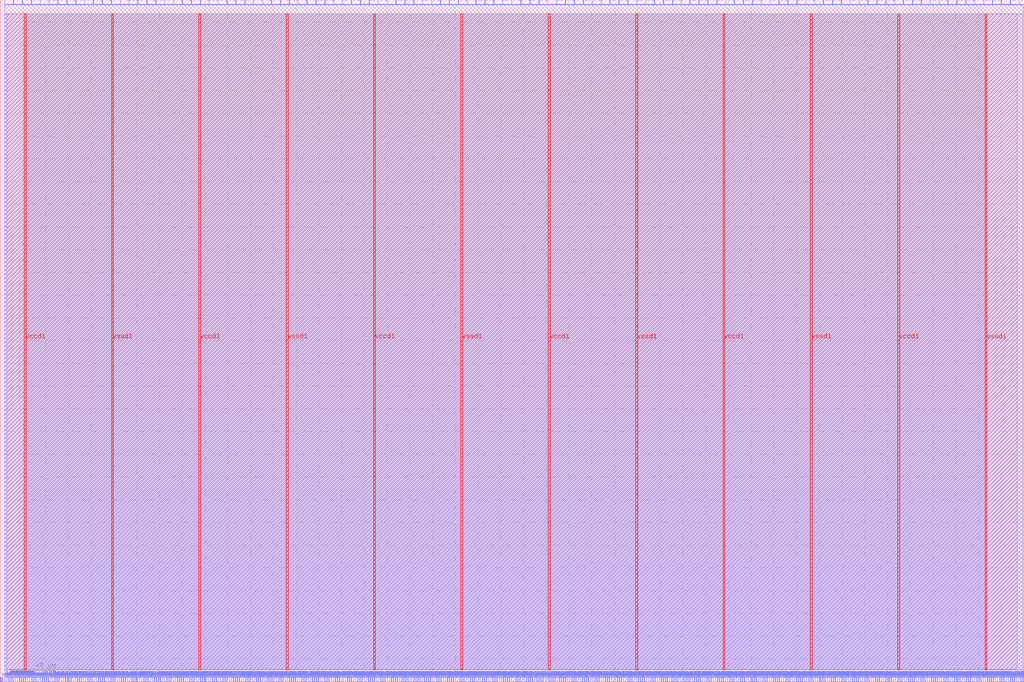
<source format=lef>
VERSION 5.7 ;
  NOWIREEXTENSIONATPIN ON ;
  DIVIDERCHAR "/" ;
  BUSBITCHARS "[]" ;
MACRO user_proj_dummy
  CLASS BLOCK ;
  FOREIGN user_proj_dummy ;
  ORIGIN 0.000 0.000 ;
  SIZE 900.000 BY 600.000 ;
  PIN io_in[0]
    DIRECTION INPUT ;
    USE SIGNAL ;
    PORT
      LAYER met2 ;
        RECT 3.770 596.000 4.050 600.000 ;
    END
  END io_in[0]
  PIN io_in[10]
    DIRECTION INPUT ;
    USE SIGNAL ;
    PORT
      LAYER met2 ;
        RECT 238.370 596.000 238.650 600.000 ;
    END
  END io_in[10]
  PIN io_in[11]
    DIRECTION INPUT ;
    USE SIGNAL ;
    PORT
      LAYER met2 ;
        RECT 261.830 596.000 262.110 600.000 ;
    END
  END io_in[11]
  PIN io_in[12]
    DIRECTION INPUT ;
    USE SIGNAL ;
    PORT
      LAYER met2 ;
        RECT 285.290 596.000 285.570 600.000 ;
    END
  END io_in[12]
  PIN io_in[13]
    DIRECTION INPUT ;
    USE SIGNAL ;
    PORT
      LAYER met2 ;
        RECT 308.750 596.000 309.030 600.000 ;
    END
  END io_in[13]
  PIN io_in[14]
    DIRECTION INPUT ;
    USE SIGNAL ;
    PORT
      LAYER met2 ;
        RECT 332.210 596.000 332.490 600.000 ;
    END
  END io_in[14]
  PIN io_in[15]
    DIRECTION INPUT ;
    USE SIGNAL ;
    PORT
      LAYER met2 ;
        RECT 355.670 596.000 355.950 600.000 ;
    END
  END io_in[15]
  PIN io_in[16]
    DIRECTION INPUT ;
    USE SIGNAL ;
    PORT
      LAYER met2 ;
        RECT 379.130 596.000 379.410 600.000 ;
    END
  END io_in[16]
  PIN io_in[17]
    DIRECTION INPUT ;
    USE SIGNAL ;
    PORT
      LAYER met2 ;
        RECT 402.590 596.000 402.870 600.000 ;
    END
  END io_in[17]
  PIN io_in[18]
    DIRECTION INPUT ;
    USE SIGNAL ;
    PORT
      LAYER met2 ;
        RECT 426.050 596.000 426.330 600.000 ;
    END
  END io_in[18]
  PIN io_in[19]
    DIRECTION INPUT ;
    USE SIGNAL ;
    PORT
      LAYER met2 ;
        RECT 449.510 596.000 449.790 600.000 ;
    END
  END io_in[19]
  PIN io_in[1]
    DIRECTION INPUT ;
    USE SIGNAL ;
    PORT
      LAYER met2 ;
        RECT 27.230 596.000 27.510 600.000 ;
    END
  END io_in[1]
  PIN io_in[20]
    DIRECTION INPUT ;
    USE SIGNAL ;
    PORT
      LAYER met2 ;
        RECT 473.430 596.000 473.710 600.000 ;
    END
  END io_in[20]
  PIN io_in[21]
    DIRECTION INPUT ;
    USE SIGNAL ;
    PORT
      LAYER met2 ;
        RECT 496.890 596.000 497.170 600.000 ;
    END
  END io_in[21]
  PIN io_in[22]
    DIRECTION INPUT ;
    USE SIGNAL ;
    PORT
      LAYER met2 ;
        RECT 520.350 596.000 520.630 600.000 ;
    END
  END io_in[22]
  PIN io_in[23]
    DIRECTION INPUT ;
    USE SIGNAL ;
    PORT
      LAYER met2 ;
        RECT 543.810 596.000 544.090 600.000 ;
    END
  END io_in[23]
  PIN io_in[24]
    DIRECTION INPUT ;
    USE SIGNAL ;
    PORT
      LAYER met2 ;
        RECT 567.270 596.000 567.550 600.000 ;
    END
  END io_in[24]
  PIN io_in[25]
    DIRECTION INPUT ;
    USE SIGNAL ;
    PORT
      LAYER met2 ;
        RECT 590.730 596.000 591.010 600.000 ;
    END
  END io_in[25]
  PIN io_in[26]
    DIRECTION INPUT ;
    USE SIGNAL ;
    PORT
      LAYER met2 ;
        RECT 614.190 596.000 614.470 600.000 ;
    END
  END io_in[26]
  PIN io_in[27]
    DIRECTION INPUT ;
    USE SIGNAL ;
    PORT
      LAYER met2 ;
        RECT 637.650 596.000 637.930 600.000 ;
    END
  END io_in[27]
  PIN io_in[28]
    DIRECTION INPUT ;
    USE SIGNAL ;
    PORT
      LAYER met2 ;
        RECT 661.110 596.000 661.390 600.000 ;
    END
  END io_in[28]
  PIN io_in[29]
    DIRECTION INPUT ;
    USE SIGNAL ;
    PORT
      LAYER met2 ;
        RECT 684.570 596.000 684.850 600.000 ;
    END
  END io_in[29]
  PIN io_in[2]
    DIRECTION INPUT ;
    USE SIGNAL ;
    PORT
      LAYER met2 ;
        RECT 50.690 596.000 50.970 600.000 ;
    END
  END io_in[2]
  PIN io_in[30]
    DIRECTION INPUT ;
    USE SIGNAL ;
    PORT
      LAYER met2 ;
        RECT 708.030 596.000 708.310 600.000 ;
    END
  END io_in[30]
  PIN io_in[31]
    DIRECTION INPUT ;
    USE SIGNAL ;
    PORT
      LAYER met2 ;
        RECT 731.490 596.000 731.770 600.000 ;
    END
  END io_in[31]
  PIN io_in[32]
    DIRECTION INPUT ;
    USE SIGNAL ;
    PORT
      LAYER met2 ;
        RECT 754.950 596.000 755.230 600.000 ;
    END
  END io_in[32]
  PIN io_in[33]
    DIRECTION INPUT ;
    USE SIGNAL ;
    PORT
      LAYER met2 ;
        RECT 778.410 596.000 778.690 600.000 ;
    END
  END io_in[33]
  PIN io_in[34]
    DIRECTION INPUT ;
    USE SIGNAL ;
    PORT
      LAYER met2 ;
        RECT 801.870 596.000 802.150 600.000 ;
    END
  END io_in[34]
  PIN io_in[35]
    DIRECTION INPUT ;
    USE SIGNAL ;
    PORT
      LAYER met2 ;
        RECT 825.330 596.000 825.610 600.000 ;
    END
  END io_in[35]
  PIN io_in[36]
    DIRECTION INPUT ;
    USE SIGNAL ;
    PORT
      LAYER met2 ;
        RECT 848.790 596.000 849.070 600.000 ;
    END
  END io_in[36]
  PIN io_in[37]
    DIRECTION INPUT ;
    USE SIGNAL ;
    PORT
      LAYER met2 ;
        RECT 872.250 596.000 872.530 600.000 ;
    END
  END io_in[37]
  PIN io_in[3]
    DIRECTION INPUT ;
    USE SIGNAL ;
    PORT
      LAYER met2 ;
        RECT 74.150 596.000 74.430 600.000 ;
    END
  END io_in[3]
  PIN io_in[4]
    DIRECTION INPUT ;
    USE SIGNAL ;
    PORT
      LAYER met2 ;
        RECT 97.610 596.000 97.890 600.000 ;
    END
  END io_in[4]
  PIN io_in[5]
    DIRECTION INPUT ;
    USE SIGNAL ;
    PORT
      LAYER met2 ;
        RECT 121.070 596.000 121.350 600.000 ;
    END
  END io_in[5]
  PIN io_in[6]
    DIRECTION INPUT ;
    USE SIGNAL ;
    PORT
      LAYER met2 ;
        RECT 144.530 596.000 144.810 600.000 ;
    END
  END io_in[6]
  PIN io_in[7]
    DIRECTION INPUT ;
    USE SIGNAL ;
    PORT
      LAYER met2 ;
        RECT 167.990 596.000 168.270 600.000 ;
    END
  END io_in[7]
  PIN io_in[8]
    DIRECTION INPUT ;
    USE SIGNAL ;
    PORT
      LAYER met2 ;
        RECT 191.450 596.000 191.730 600.000 ;
    END
  END io_in[8]
  PIN io_in[9]
    DIRECTION INPUT ;
    USE SIGNAL ;
    PORT
      LAYER met2 ;
        RECT 214.910 596.000 215.190 600.000 ;
    END
  END io_in[9]
  PIN io_oeb[0]
    DIRECTION OUTPUT TRISTATE ;
    USE SIGNAL ;
    PORT
      LAYER met2 ;
        RECT 11.590 596.000 11.870 600.000 ;
    END
  END io_oeb[0]
  PIN io_oeb[10]
    DIRECTION OUTPUT TRISTATE ;
    USE SIGNAL ;
    PORT
      LAYER met2 ;
        RECT 246.190 596.000 246.470 600.000 ;
    END
  END io_oeb[10]
  PIN io_oeb[11]
    DIRECTION OUTPUT TRISTATE ;
    USE SIGNAL ;
    PORT
      LAYER met2 ;
        RECT 269.650 596.000 269.930 600.000 ;
    END
  END io_oeb[11]
  PIN io_oeb[12]
    DIRECTION OUTPUT TRISTATE ;
    USE SIGNAL ;
    PORT
      LAYER met2 ;
        RECT 293.110 596.000 293.390 600.000 ;
    END
  END io_oeb[12]
  PIN io_oeb[13]
    DIRECTION OUTPUT TRISTATE ;
    USE SIGNAL ;
    PORT
      LAYER met2 ;
        RECT 316.570 596.000 316.850 600.000 ;
    END
  END io_oeb[13]
  PIN io_oeb[14]
    DIRECTION OUTPUT TRISTATE ;
    USE SIGNAL ;
    PORT
      LAYER met2 ;
        RECT 340.030 596.000 340.310 600.000 ;
    END
  END io_oeb[14]
  PIN io_oeb[15]
    DIRECTION OUTPUT TRISTATE ;
    USE SIGNAL ;
    PORT
      LAYER met2 ;
        RECT 363.490 596.000 363.770 600.000 ;
    END
  END io_oeb[15]
  PIN io_oeb[16]
    DIRECTION OUTPUT TRISTATE ;
    USE SIGNAL ;
    PORT
      LAYER met2 ;
        RECT 386.950 596.000 387.230 600.000 ;
    END
  END io_oeb[16]
  PIN io_oeb[17]
    DIRECTION OUTPUT TRISTATE ;
    USE SIGNAL ;
    PORT
      LAYER met2 ;
        RECT 410.410 596.000 410.690 600.000 ;
    END
  END io_oeb[17]
  PIN io_oeb[18]
    DIRECTION OUTPUT TRISTATE ;
    USE SIGNAL ;
    PORT
      LAYER met2 ;
        RECT 433.870 596.000 434.150 600.000 ;
    END
  END io_oeb[18]
  PIN io_oeb[19]
    DIRECTION OUTPUT TRISTATE ;
    USE SIGNAL ;
    PORT
      LAYER met2 ;
        RECT 457.790 596.000 458.070 600.000 ;
    END
  END io_oeb[19]
  PIN io_oeb[1]
    DIRECTION OUTPUT TRISTATE ;
    USE SIGNAL ;
    PORT
      LAYER met2 ;
        RECT 35.050 596.000 35.330 600.000 ;
    END
  END io_oeb[1]
  PIN io_oeb[20]
    DIRECTION OUTPUT TRISTATE ;
    USE SIGNAL ;
    PORT
      LAYER met2 ;
        RECT 481.250 596.000 481.530 600.000 ;
    END
  END io_oeb[20]
  PIN io_oeb[21]
    DIRECTION OUTPUT TRISTATE ;
    USE SIGNAL ;
    PORT
      LAYER met2 ;
        RECT 504.710 596.000 504.990 600.000 ;
    END
  END io_oeb[21]
  PIN io_oeb[22]
    DIRECTION OUTPUT TRISTATE ;
    USE SIGNAL ;
    PORT
      LAYER met2 ;
        RECT 528.170 596.000 528.450 600.000 ;
    END
  END io_oeb[22]
  PIN io_oeb[23]
    DIRECTION OUTPUT TRISTATE ;
    USE SIGNAL ;
    PORT
      LAYER met2 ;
        RECT 551.630 596.000 551.910 600.000 ;
    END
  END io_oeb[23]
  PIN io_oeb[24]
    DIRECTION OUTPUT TRISTATE ;
    USE SIGNAL ;
    PORT
      LAYER met2 ;
        RECT 575.090 596.000 575.370 600.000 ;
    END
  END io_oeb[24]
  PIN io_oeb[25]
    DIRECTION OUTPUT TRISTATE ;
    USE SIGNAL ;
    PORT
      LAYER met2 ;
        RECT 598.550 596.000 598.830 600.000 ;
    END
  END io_oeb[25]
  PIN io_oeb[26]
    DIRECTION OUTPUT TRISTATE ;
    USE SIGNAL ;
    PORT
      LAYER met2 ;
        RECT 622.010 596.000 622.290 600.000 ;
    END
  END io_oeb[26]
  PIN io_oeb[27]
    DIRECTION OUTPUT TRISTATE ;
    USE SIGNAL ;
    PORT
      LAYER met2 ;
        RECT 645.470 596.000 645.750 600.000 ;
    END
  END io_oeb[27]
  PIN io_oeb[28]
    DIRECTION OUTPUT TRISTATE ;
    USE SIGNAL ;
    PORT
      LAYER met2 ;
        RECT 668.930 596.000 669.210 600.000 ;
    END
  END io_oeb[28]
  PIN io_oeb[29]
    DIRECTION OUTPUT TRISTATE ;
    USE SIGNAL ;
    PORT
      LAYER met2 ;
        RECT 692.390 596.000 692.670 600.000 ;
    END
  END io_oeb[29]
  PIN io_oeb[2]
    DIRECTION OUTPUT TRISTATE ;
    USE SIGNAL ;
    PORT
      LAYER met2 ;
        RECT 58.510 596.000 58.790 600.000 ;
    END
  END io_oeb[2]
  PIN io_oeb[30]
    DIRECTION OUTPUT TRISTATE ;
    USE SIGNAL ;
    PORT
      LAYER met2 ;
        RECT 715.850 596.000 716.130 600.000 ;
    END
  END io_oeb[30]
  PIN io_oeb[31]
    DIRECTION OUTPUT TRISTATE ;
    USE SIGNAL ;
    PORT
      LAYER met2 ;
        RECT 739.310 596.000 739.590 600.000 ;
    END
  END io_oeb[31]
  PIN io_oeb[32]
    DIRECTION OUTPUT TRISTATE ;
    USE SIGNAL ;
    PORT
      LAYER met2 ;
        RECT 762.770 596.000 763.050 600.000 ;
    END
  END io_oeb[32]
  PIN io_oeb[33]
    DIRECTION OUTPUT TRISTATE ;
    USE SIGNAL ;
    PORT
      LAYER met2 ;
        RECT 786.230 596.000 786.510 600.000 ;
    END
  END io_oeb[33]
  PIN io_oeb[34]
    DIRECTION OUTPUT TRISTATE ;
    USE SIGNAL ;
    PORT
      LAYER met2 ;
        RECT 809.690 596.000 809.970 600.000 ;
    END
  END io_oeb[34]
  PIN io_oeb[35]
    DIRECTION OUTPUT TRISTATE ;
    USE SIGNAL ;
    PORT
      LAYER met2 ;
        RECT 833.150 596.000 833.430 600.000 ;
    END
  END io_oeb[35]
  PIN io_oeb[36]
    DIRECTION OUTPUT TRISTATE ;
    USE SIGNAL ;
    PORT
      LAYER met2 ;
        RECT 856.610 596.000 856.890 600.000 ;
    END
  END io_oeb[36]
  PIN io_oeb[37]
    DIRECTION OUTPUT TRISTATE ;
    USE SIGNAL ;
    PORT
      LAYER met2 ;
        RECT 880.070 596.000 880.350 600.000 ;
    END
  END io_oeb[37]
  PIN io_oeb[3]
    DIRECTION OUTPUT TRISTATE ;
    USE SIGNAL ;
    PORT
      LAYER met2 ;
        RECT 81.970 596.000 82.250 600.000 ;
    END
  END io_oeb[3]
  PIN io_oeb[4]
    DIRECTION OUTPUT TRISTATE ;
    USE SIGNAL ;
    PORT
      LAYER met2 ;
        RECT 105.430 596.000 105.710 600.000 ;
    END
  END io_oeb[4]
  PIN io_oeb[5]
    DIRECTION OUTPUT TRISTATE ;
    USE SIGNAL ;
    PORT
      LAYER met2 ;
        RECT 128.890 596.000 129.170 600.000 ;
    END
  END io_oeb[5]
  PIN io_oeb[6]
    DIRECTION OUTPUT TRISTATE ;
    USE SIGNAL ;
    PORT
      LAYER met2 ;
        RECT 152.350 596.000 152.630 600.000 ;
    END
  END io_oeb[6]
  PIN io_oeb[7]
    DIRECTION OUTPUT TRISTATE ;
    USE SIGNAL ;
    PORT
      LAYER met2 ;
        RECT 175.810 596.000 176.090 600.000 ;
    END
  END io_oeb[7]
  PIN io_oeb[8]
    DIRECTION OUTPUT TRISTATE ;
    USE SIGNAL ;
    PORT
      LAYER met2 ;
        RECT 199.270 596.000 199.550 600.000 ;
    END
  END io_oeb[8]
  PIN io_oeb[9]
    DIRECTION OUTPUT TRISTATE ;
    USE SIGNAL ;
    PORT
      LAYER met2 ;
        RECT 222.730 596.000 223.010 600.000 ;
    END
  END io_oeb[9]
  PIN io_out[0]
    DIRECTION OUTPUT TRISTATE ;
    USE SIGNAL ;
    PORT
      LAYER met2 ;
        RECT 19.410 596.000 19.690 600.000 ;
    END
  END io_out[0]
  PIN io_out[10]
    DIRECTION OUTPUT TRISTATE ;
    USE SIGNAL ;
    PORT
      LAYER met2 ;
        RECT 254.010 596.000 254.290 600.000 ;
    END
  END io_out[10]
  PIN io_out[11]
    DIRECTION OUTPUT TRISTATE ;
    USE SIGNAL ;
    PORT
      LAYER met2 ;
        RECT 277.470 596.000 277.750 600.000 ;
    END
  END io_out[11]
  PIN io_out[12]
    DIRECTION OUTPUT TRISTATE ;
    USE SIGNAL ;
    PORT
      LAYER met2 ;
        RECT 300.930 596.000 301.210 600.000 ;
    END
  END io_out[12]
  PIN io_out[13]
    DIRECTION OUTPUT TRISTATE ;
    USE SIGNAL ;
    PORT
      LAYER met2 ;
        RECT 324.390 596.000 324.670 600.000 ;
    END
  END io_out[13]
  PIN io_out[14]
    DIRECTION OUTPUT TRISTATE ;
    USE SIGNAL ;
    PORT
      LAYER met2 ;
        RECT 347.850 596.000 348.130 600.000 ;
    END
  END io_out[14]
  PIN io_out[15]
    DIRECTION OUTPUT TRISTATE ;
    USE SIGNAL ;
    PORT
      LAYER met2 ;
        RECT 371.310 596.000 371.590 600.000 ;
    END
  END io_out[15]
  PIN io_out[16]
    DIRECTION OUTPUT TRISTATE ;
    USE SIGNAL ;
    PORT
      LAYER met2 ;
        RECT 394.770 596.000 395.050 600.000 ;
    END
  END io_out[16]
  PIN io_out[17]
    DIRECTION OUTPUT TRISTATE ;
    USE SIGNAL ;
    PORT
      LAYER met2 ;
        RECT 418.230 596.000 418.510 600.000 ;
    END
  END io_out[17]
  PIN io_out[18]
    DIRECTION OUTPUT TRISTATE ;
    USE SIGNAL ;
    PORT
      LAYER met2 ;
        RECT 441.690 596.000 441.970 600.000 ;
    END
  END io_out[18]
  PIN io_out[19]
    DIRECTION OUTPUT TRISTATE ;
    USE SIGNAL ;
    PORT
      LAYER met2 ;
        RECT 465.610 596.000 465.890 600.000 ;
    END
  END io_out[19]
  PIN io_out[1]
    DIRECTION OUTPUT TRISTATE ;
    USE SIGNAL ;
    PORT
      LAYER met2 ;
        RECT 42.870 596.000 43.150 600.000 ;
    END
  END io_out[1]
  PIN io_out[20]
    DIRECTION OUTPUT TRISTATE ;
    USE SIGNAL ;
    PORT
      LAYER met2 ;
        RECT 489.070 596.000 489.350 600.000 ;
    END
  END io_out[20]
  PIN io_out[21]
    DIRECTION OUTPUT TRISTATE ;
    USE SIGNAL ;
    PORT
      LAYER met2 ;
        RECT 512.530 596.000 512.810 600.000 ;
    END
  END io_out[21]
  PIN io_out[22]
    DIRECTION OUTPUT TRISTATE ;
    USE SIGNAL ;
    PORT
      LAYER met2 ;
        RECT 535.990 596.000 536.270 600.000 ;
    END
  END io_out[22]
  PIN io_out[23]
    DIRECTION OUTPUT TRISTATE ;
    USE SIGNAL ;
    PORT
      LAYER met2 ;
        RECT 559.450 596.000 559.730 600.000 ;
    END
  END io_out[23]
  PIN io_out[24]
    DIRECTION OUTPUT TRISTATE ;
    USE SIGNAL ;
    PORT
      LAYER met2 ;
        RECT 582.910 596.000 583.190 600.000 ;
    END
  END io_out[24]
  PIN io_out[25]
    DIRECTION OUTPUT TRISTATE ;
    USE SIGNAL ;
    PORT
      LAYER met2 ;
        RECT 606.370 596.000 606.650 600.000 ;
    END
  END io_out[25]
  PIN io_out[26]
    DIRECTION OUTPUT TRISTATE ;
    USE SIGNAL ;
    PORT
      LAYER met2 ;
        RECT 629.830 596.000 630.110 600.000 ;
    END
  END io_out[26]
  PIN io_out[27]
    DIRECTION OUTPUT TRISTATE ;
    USE SIGNAL ;
    PORT
      LAYER met2 ;
        RECT 653.290 596.000 653.570 600.000 ;
    END
  END io_out[27]
  PIN io_out[28]
    DIRECTION OUTPUT TRISTATE ;
    USE SIGNAL ;
    PORT
      LAYER met2 ;
        RECT 676.750 596.000 677.030 600.000 ;
    END
  END io_out[28]
  PIN io_out[29]
    DIRECTION OUTPUT TRISTATE ;
    USE SIGNAL ;
    PORT
      LAYER met2 ;
        RECT 700.210 596.000 700.490 600.000 ;
    END
  END io_out[29]
  PIN io_out[2]
    DIRECTION OUTPUT TRISTATE ;
    USE SIGNAL ;
    PORT
      LAYER met2 ;
        RECT 66.330 596.000 66.610 600.000 ;
    END
  END io_out[2]
  PIN io_out[30]
    DIRECTION OUTPUT TRISTATE ;
    USE SIGNAL ;
    PORT
      LAYER met2 ;
        RECT 723.670 596.000 723.950 600.000 ;
    END
  END io_out[30]
  PIN io_out[31]
    DIRECTION OUTPUT TRISTATE ;
    USE SIGNAL ;
    PORT
      LAYER met2 ;
        RECT 747.130 596.000 747.410 600.000 ;
    END
  END io_out[31]
  PIN io_out[32]
    DIRECTION OUTPUT TRISTATE ;
    USE SIGNAL ;
    PORT
      LAYER met2 ;
        RECT 770.590 596.000 770.870 600.000 ;
    END
  END io_out[32]
  PIN io_out[33]
    DIRECTION OUTPUT TRISTATE ;
    USE SIGNAL ;
    PORT
      LAYER met2 ;
        RECT 794.050 596.000 794.330 600.000 ;
    END
  END io_out[33]
  PIN io_out[34]
    DIRECTION OUTPUT TRISTATE ;
    USE SIGNAL ;
    PORT
      LAYER met2 ;
        RECT 817.510 596.000 817.790 600.000 ;
    END
  END io_out[34]
  PIN io_out[35]
    DIRECTION OUTPUT TRISTATE ;
    USE SIGNAL ;
    PORT
      LAYER met2 ;
        RECT 840.970 596.000 841.250 600.000 ;
    END
  END io_out[35]
  PIN io_out[36]
    DIRECTION OUTPUT TRISTATE ;
    USE SIGNAL ;
    PORT
      LAYER met2 ;
        RECT 864.430 596.000 864.710 600.000 ;
    END
  END io_out[36]
  PIN io_out[37]
    DIRECTION OUTPUT TRISTATE ;
    USE SIGNAL ;
    PORT
      LAYER met2 ;
        RECT 887.890 596.000 888.170 600.000 ;
    END
  END io_out[37]
  PIN io_out[3]
    DIRECTION OUTPUT TRISTATE ;
    USE SIGNAL ;
    PORT
      LAYER met2 ;
        RECT 89.790 596.000 90.070 600.000 ;
    END
  END io_out[3]
  PIN io_out[4]
    DIRECTION OUTPUT TRISTATE ;
    USE SIGNAL ;
    PORT
      LAYER met2 ;
        RECT 113.250 596.000 113.530 600.000 ;
    END
  END io_out[4]
  PIN io_out[5]
    DIRECTION OUTPUT TRISTATE ;
    USE SIGNAL ;
    PORT
      LAYER met2 ;
        RECT 136.710 596.000 136.990 600.000 ;
    END
  END io_out[5]
  PIN io_out[6]
    DIRECTION OUTPUT TRISTATE ;
    USE SIGNAL ;
    PORT
      LAYER met2 ;
        RECT 160.170 596.000 160.450 600.000 ;
    END
  END io_out[6]
  PIN io_out[7]
    DIRECTION OUTPUT TRISTATE ;
    USE SIGNAL ;
    PORT
      LAYER met2 ;
        RECT 183.630 596.000 183.910 600.000 ;
    END
  END io_out[7]
  PIN io_out[8]
    DIRECTION OUTPUT TRISTATE ;
    USE SIGNAL ;
    PORT
      LAYER met2 ;
        RECT 207.090 596.000 207.370 600.000 ;
    END
  END io_out[8]
  PIN io_out[9]
    DIRECTION OUTPUT TRISTATE ;
    USE SIGNAL ;
    PORT
      LAYER met2 ;
        RECT 230.550 596.000 230.830 600.000 ;
    END
  END io_out[9]
  PIN irq[0]
    DIRECTION OUTPUT TRISTATE ;
    USE SIGNAL ;
    PORT
      LAYER met2 ;
        RECT 895.250 0.000 895.530 4.000 ;
    END
  END irq[0]
  PIN irq[1]
    DIRECTION OUTPUT TRISTATE ;
    USE SIGNAL ;
    PORT
      LAYER met2 ;
        RECT 897.090 0.000 897.370 4.000 ;
    END
  END irq[1]
  PIN irq[2]
    DIRECTION OUTPUT TRISTATE ;
    USE SIGNAL ;
    PORT
      LAYER met2 ;
        RECT 898.930 0.000 899.210 4.000 ;
    END
  END irq[2]
  PIN la_data_in[0]
    DIRECTION INPUT ;
    USE SIGNAL ;
    PORT
      LAYER met2 ;
        RECT 193.750 0.000 194.030 4.000 ;
    END
  END la_data_in[0]
  PIN la_data_in[100]
    DIRECTION INPUT ;
    USE SIGNAL ;
    PORT
      LAYER met2 ;
        RECT 741.610 0.000 741.890 4.000 ;
    END
  END la_data_in[100]
  PIN la_data_in[101]
    DIRECTION INPUT ;
    USE SIGNAL ;
    PORT
      LAYER met2 ;
        RECT 747.130 0.000 747.410 4.000 ;
    END
  END la_data_in[101]
  PIN la_data_in[102]
    DIRECTION INPUT ;
    USE SIGNAL ;
    PORT
      LAYER met2 ;
        RECT 752.650 0.000 752.930 4.000 ;
    END
  END la_data_in[102]
  PIN la_data_in[103]
    DIRECTION INPUT ;
    USE SIGNAL ;
    PORT
      LAYER met2 ;
        RECT 758.170 0.000 758.450 4.000 ;
    END
  END la_data_in[103]
  PIN la_data_in[104]
    DIRECTION INPUT ;
    USE SIGNAL ;
    PORT
      LAYER met2 ;
        RECT 763.690 0.000 763.970 4.000 ;
    END
  END la_data_in[104]
  PIN la_data_in[105]
    DIRECTION INPUT ;
    USE SIGNAL ;
    PORT
      LAYER met2 ;
        RECT 769.210 0.000 769.490 4.000 ;
    END
  END la_data_in[105]
  PIN la_data_in[106]
    DIRECTION INPUT ;
    USE SIGNAL ;
    PORT
      LAYER met2 ;
        RECT 774.730 0.000 775.010 4.000 ;
    END
  END la_data_in[106]
  PIN la_data_in[107]
    DIRECTION INPUT ;
    USE SIGNAL ;
    PORT
      LAYER met2 ;
        RECT 780.250 0.000 780.530 4.000 ;
    END
  END la_data_in[107]
  PIN la_data_in[108]
    DIRECTION INPUT ;
    USE SIGNAL ;
    PORT
      LAYER met2 ;
        RECT 785.310 0.000 785.590 4.000 ;
    END
  END la_data_in[108]
  PIN la_data_in[109]
    DIRECTION INPUT ;
    USE SIGNAL ;
    PORT
      LAYER met2 ;
        RECT 790.830 0.000 791.110 4.000 ;
    END
  END la_data_in[109]
  PIN la_data_in[10]
    DIRECTION INPUT ;
    USE SIGNAL ;
    PORT
      LAYER met2 ;
        RECT 248.490 0.000 248.770 4.000 ;
    END
  END la_data_in[10]
  PIN la_data_in[110]
    DIRECTION INPUT ;
    USE SIGNAL ;
    PORT
      LAYER met2 ;
        RECT 796.350 0.000 796.630 4.000 ;
    END
  END la_data_in[110]
  PIN la_data_in[111]
    DIRECTION INPUT ;
    USE SIGNAL ;
    PORT
      LAYER met2 ;
        RECT 801.870 0.000 802.150 4.000 ;
    END
  END la_data_in[111]
  PIN la_data_in[112]
    DIRECTION INPUT ;
    USE SIGNAL ;
    PORT
      LAYER met2 ;
        RECT 807.390 0.000 807.670 4.000 ;
    END
  END la_data_in[112]
  PIN la_data_in[113]
    DIRECTION INPUT ;
    USE SIGNAL ;
    PORT
      LAYER met2 ;
        RECT 812.910 0.000 813.190 4.000 ;
    END
  END la_data_in[113]
  PIN la_data_in[114]
    DIRECTION INPUT ;
    USE SIGNAL ;
    PORT
      LAYER met2 ;
        RECT 818.430 0.000 818.710 4.000 ;
    END
  END la_data_in[114]
  PIN la_data_in[115]
    DIRECTION INPUT ;
    USE SIGNAL ;
    PORT
      LAYER met2 ;
        RECT 823.950 0.000 824.230 4.000 ;
    END
  END la_data_in[115]
  PIN la_data_in[116]
    DIRECTION INPUT ;
    USE SIGNAL ;
    PORT
      LAYER met2 ;
        RECT 829.470 0.000 829.750 4.000 ;
    END
  END la_data_in[116]
  PIN la_data_in[117]
    DIRECTION INPUT ;
    USE SIGNAL ;
    PORT
      LAYER met2 ;
        RECT 834.990 0.000 835.270 4.000 ;
    END
  END la_data_in[117]
  PIN la_data_in[118]
    DIRECTION INPUT ;
    USE SIGNAL ;
    PORT
      LAYER met2 ;
        RECT 840.510 0.000 840.790 4.000 ;
    END
  END la_data_in[118]
  PIN la_data_in[119]
    DIRECTION INPUT ;
    USE SIGNAL ;
    PORT
      LAYER met2 ;
        RECT 845.570 0.000 845.850 4.000 ;
    END
  END la_data_in[119]
  PIN la_data_in[11]
    DIRECTION INPUT ;
    USE SIGNAL ;
    PORT
      LAYER met2 ;
        RECT 254.010 0.000 254.290 4.000 ;
    END
  END la_data_in[11]
  PIN la_data_in[120]
    DIRECTION INPUT ;
    USE SIGNAL ;
    PORT
      LAYER met2 ;
        RECT 851.090 0.000 851.370 4.000 ;
    END
  END la_data_in[120]
  PIN la_data_in[121]
    DIRECTION INPUT ;
    USE SIGNAL ;
    PORT
      LAYER met2 ;
        RECT 856.610 0.000 856.890 4.000 ;
    END
  END la_data_in[121]
  PIN la_data_in[122]
    DIRECTION INPUT ;
    USE SIGNAL ;
    PORT
      LAYER met2 ;
        RECT 862.130 0.000 862.410 4.000 ;
    END
  END la_data_in[122]
  PIN la_data_in[123]
    DIRECTION INPUT ;
    USE SIGNAL ;
    PORT
      LAYER met2 ;
        RECT 867.650 0.000 867.930 4.000 ;
    END
  END la_data_in[123]
  PIN la_data_in[124]
    DIRECTION INPUT ;
    USE SIGNAL ;
    PORT
      LAYER met2 ;
        RECT 873.170 0.000 873.450 4.000 ;
    END
  END la_data_in[124]
  PIN la_data_in[125]
    DIRECTION INPUT ;
    USE SIGNAL ;
    PORT
      LAYER met2 ;
        RECT 878.690 0.000 878.970 4.000 ;
    END
  END la_data_in[125]
  PIN la_data_in[126]
    DIRECTION INPUT ;
    USE SIGNAL ;
    PORT
      LAYER met2 ;
        RECT 884.210 0.000 884.490 4.000 ;
    END
  END la_data_in[126]
  PIN la_data_in[127]
    DIRECTION INPUT ;
    USE SIGNAL ;
    PORT
      LAYER met2 ;
        RECT 889.730 0.000 890.010 4.000 ;
    END
  END la_data_in[127]
  PIN la_data_in[12]
    DIRECTION INPUT ;
    USE SIGNAL ;
    PORT
      LAYER met2 ;
        RECT 259.530 0.000 259.810 4.000 ;
    END
  END la_data_in[12]
  PIN la_data_in[13]
    DIRECTION INPUT ;
    USE SIGNAL ;
    PORT
      LAYER met2 ;
        RECT 265.050 0.000 265.330 4.000 ;
    END
  END la_data_in[13]
  PIN la_data_in[14]
    DIRECTION INPUT ;
    USE SIGNAL ;
    PORT
      LAYER met2 ;
        RECT 270.570 0.000 270.850 4.000 ;
    END
  END la_data_in[14]
  PIN la_data_in[15]
    DIRECTION INPUT ;
    USE SIGNAL ;
    PORT
      LAYER met2 ;
        RECT 276.090 0.000 276.370 4.000 ;
    END
  END la_data_in[15]
  PIN la_data_in[16]
    DIRECTION INPUT ;
    USE SIGNAL ;
    PORT
      LAYER met2 ;
        RECT 281.610 0.000 281.890 4.000 ;
    END
  END la_data_in[16]
  PIN la_data_in[17]
    DIRECTION INPUT ;
    USE SIGNAL ;
    PORT
      LAYER met2 ;
        RECT 287.130 0.000 287.410 4.000 ;
    END
  END la_data_in[17]
  PIN la_data_in[18]
    DIRECTION INPUT ;
    USE SIGNAL ;
    PORT
      LAYER met2 ;
        RECT 292.650 0.000 292.930 4.000 ;
    END
  END la_data_in[18]
  PIN la_data_in[19]
    DIRECTION INPUT ;
    USE SIGNAL ;
    PORT
      LAYER met2 ;
        RECT 298.170 0.000 298.450 4.000 ;
    END
  END la_data_in[19]
  PIN la_data_in[1]
    DIRECTION INPUT ;
    USE SIGNAL ;
    PORT
      LAYER met2 ;
        RECT 199.270 0.000 199.550 4.000 ;
    END
  END la_data_in[1]
  PIN la_data_in[20]
    DIRECTION INPUT ;
    USE SIGNAL ;
    PORT
      LAYER met2 ;
        RECT 303.230 0.000 303.510 4.000 ;
    END
  END la_data_in[20]
  PIN la_data_in[21]
    DIRECTION INPUT ;
    USE SIGNAL ;
    PORT
      LAYER met2 ;
        RECT 308.750 0.000 309.030 4.000 ;
    END
  END la_data_in[21]
  PIN la_data_in[22]
    DIRECTION INPUT ;
    USE SIGNAL ;
    PORT
      LAYER met2 ;
        RECT 314.270 0.000 314.550 4.000 ;
    END
  END la_data_in[22]
  PIN la_data_in[23]
    DIRECTION INPUT ;
    USE SIGNAL ;
    PORT
      LAYER met2 ;
        RECT 319.790 0.000 320.070 4.000 ;
    END
  END la_data_in[23]
  PIN la_data_in[24]
    DIRECTION INPUT ;
    USE SIGNAL ;
    PORT
      LAYER met2 ;
        RECT 325.310 0.000 325.590 4.000 ;
    END
  END la_data_in[24]
  PIN la_data_in[25]
    DIRECTION INPUT ;
    USE SIGNAL ;
    PORT
      LAYER met2 ;
        RECT 330.830 0.000 331.110 4.000 ;
    END
  END la_data_in[25]
  PIN la_data_in[26]
    DIRECTION INPUT ;
    USE SIGNAL ;
    PORT
      LAYER met2 ;
        RECT 336.350 0.000 336.630 4.000 ;
    END
  END la_data_in[26]
  PIN la_data_in[27]
    DIRECTION INPUT ;
    USE SIGNAL ;
    PORT
      LAYER met2 ;
        RECT 341.870 0.000 342.150 4.000 ;
    END
  END la_data_in[27]
  PIN la_data_in[28]
    DIRECTION INPUT ;
    USE SIGNAL ;
    PORT
      LAYER met2 ;
        RECT 347.390 0.000 347.670 4.000 ;
    END
  END la_data_in[28]
  PIN la_data_in[29]
    DIRECTION INPUT ;
    USE SIGNAL ;
    PORT
      LAYER met2 ;
        RECT 352.910 0.000 353.190 4.000 ;
    END
  END la_data_in[29]
  PIN la_data_in[2]
    DIRECTION INPUT ;
    USE SIGNAL ;
    PORT
      LAYER met2 ;
        RECT 204.790 0.000 205.070 4.000 ;
    END
  END la_data_in[2]
  PIN la_data_in[30]
    DIRECTION INPUT ;
    USE SIGNAL ;
    PORT
      LAYER met2 ;
        RECT 358.430 0.000 358.710 4.000 ;
    END
  END la_data_in[30]
  PIN la_data_in[31]
    DIRECTION INPUT ;
    USE SIGNAL ;
    PORT
      LAYER met2 ;
        RECT 363.490 0.000 363.770 4.000 ;
    END
  END la_data_in[31]
  PIN la_data_in[32]
    DIRECTION INPUT ;
    USE SIGNAL ;
    PORT
      LAYER met2 ;
        RECT 369.010 0.000 369.290 4.000 ;
    END
  END la_data_in[32]
  PIN la_data_in[33]
    DIRECTION INPUT ;
    USE SIGNAL ;
    PORT
      LAYER met2 ;
        RECT 374.530 0.000 374.810 4.000 ;
    END
  END la_data_in[33]
  PIN la_data_in[34]
    DIRECTION INPUT ;
    USE SIGNAL ;
    PORT
      LAYER met2 ;
        RECT 380.050 0.000 380.330 4.000 ;
    END
  END la_data_in[34]
  PIN la_data_in[35]
    DIRECTION INPUT ;
    USE SIGNAL ;
    PORT
      LAYER met2 ;
        RECT 385.570 0.000 385.850 4.000 ;
    END
  END la_data_in[35]
  PIN la_data_in[36]
    DIRECTION INPUT ;
    USE SIGNAL ;
    PORT
      LAYER met2 ;
        RECT 391.090 0.000 391.370 4.000 ;
    END
  END la_data_in[36]
  PIN la_data_in[37]
    DIRECTION INPUT ;
    USE SIGNAL ;
    PORT
      LAYER met2 ;
        RECT 396.610 0.000 396.890 4.000 ;
    END
  END la_data_in[37]
  PIN la_data_in[38]
    DIRECTION INPUT ;
    USE SIGNAL ;
    PORT
      LAYER met2 ;
        RECT 402.130 0.000 402.410 4.000 ;
    END
  END la_data_in[38]
  PIN la_data_in[39]
    DIRECTION INPUT ;
    USE SIGNAL ;
    PORT
      LAYER met2 ;
        RECT 407.650 0.000 407.930 4.000 ;
    END
  END la_data_in[39]
  PIN la_data_in[3]
    DIRECTION INPUT ;
    USE SIGNAL ;
    PORT
      LAYER met2 ;
        RECT 210.310 0.000 210.590 4.000 ;
    END
  END la_data_in[3]
  PIN la_data_in[40]
    DIRECTION INPUT ;
    USE SIGNAL ;
    PORT
      LAYER met2 ;
        RECT 413.170 0.000 413.450 4.000 ;
    END
  END la_data_in[40]
  PIN la_data_in[41]
    DIRECTION INPUT ;
    USE SIGNAL ;
    PORT
      LAYER met2 ;
        RECT 418.690 0.000 418.970 4.000 ;
    END
  END la_data_in[41]
  PIN la_data_in[42]
    DIRECTION INPUT ;
    USE SIGNAL ;
    PORT
      LAYER met2 ;
        RECT 423.750 0.000 424.030 4.000 ;
    END
  END la_data_in[42]
  PIN la_data_in[43]
    DIRECTION INPUT ;
    USE SIGNAL ;
    PORT
      LAYER met2 ;
        RECT 429.270 0.000 429.550 4.000 ;
    END
  END la_data_in[43]
  PIN la_data_in[44]
    DIRECTION INPUT ;
    USE SIGNAL ;
    PORT
      LAYER met2 ;
        RECT 434.790 0.000 435.070 4.000 ;
    END
  END la_data_in[44]
  PIN la_data_in[45]
    DIRECTION INPUT ;
    USE SIGNAL ;
    PORT
      LAYER met2 ;
        RECT 440.310 0.000 440.590 4.000 ;
    END
  END la_data_in[45]
  PIN la_data_in[46]
    DIRECTION INPUT ;
    USE SIGNAL ;
    PORT
      LAYER met2 ;
        RECT 445.830 0.000 446.110 4.000 ;
    END
  END la_data_in[46]
  PIN la_data_in[47]
    DIRECTION INPUT ;
    USE SIGNAL ;
    PORT
      LAYER met2 ;
        RECT 451.350 0.000 451.630 4.000 ;
    END
  END la_data_in[47]
  PIN la_data_in[48]
    DIRECTION INPUT ;
    USE SIGNAL ;
    PORT
      LAYER met2 ;
        RECT 456.870 0.000 457.150 4.000 ;
    END
  END la_data_in[48]
  PIN la_data_in[49]
    DIRECTION INPUT ;
    USE SIGNAL ;
    PORT
      LAYER met2 ;
        RECT 462.390 0.000 462.670 4.000 ;
    END
  END la_data_in[49]
  PIN la_data_in[4]
    DIRECTION INPUT ;
    USE SIGNAL ;
    PORT
      LAYER met2 ;
        RECT 215.830 0.000 216.110 4.000 ;
    END
  END la_data_in[4]
  PIN la_data_in[50]
    DIRECTION INPUT ;
    USE SIGNAL ;
    PORT
      LAYER met2 ;
        RECT 467.910 0.000 468.190 4.000 ;
    END
  END la_data_in[50]
  PIN la_data_in[51]
    DIRECTION INPUT ;
    USE SIGNAL ;
    PORT
      LAYER met2 ;
        RECT 473.430 0.000 473.710 4.000 ;
    END
  END la_data_in[51]
  PIN la_data_in[52]
    DIRECTION INPUT ;
    USE SIGNAL ;
    PORT
      LAYER met2 ;
        RECT 478.950 0.000 479.230 4.000 ;
    END
  END la_data_in[52]
  PIN la_data_in[53]
    DIRECTION INPUT ;
    USE SIGNAL ;
    PORT
      LAYER met2 ;
        RECT 484.010 0.000 484.290 4.000 ;
    END
  END la_data_in[53]
  PIN la_data_in[54]
    DIRECTION INPUT ;
    USE SIGNAL ;
    PORT
      LAYER met2 ;
        RECT 489.530 0.000 489.810 4.000 ;
    END
  END la_data_in[54]
  PIN la_data_in[55]
    DIRECTION INPUT ;
    USE SIGNAL ;
    PORT
      LAYER met2 ;
        RECT 495.050 0.000 495.330 4.000 ;
    END
  END la_data_in[55]
  PIN la_data_in[56]
    DIRECTION INPUT ;
    USE SIGNAL ;
    PORT
      LAYER met2 ;
        RECT 500.570 0.000 500.850 4.000 ;
    END
  END la_data_in[56]
  PIN la_data_in[57]
    DIRECTION INPUT ;
    USE SIGNAL ;
    PORT
      LAYER met2 ;
        RECT 506.090 0.000 506.370 4.000 ;
    END
  END la_data_in[57]
  PIN la_data_in[58]
    DIRECTION INPUT ;
    USE SIGNAL ;
    PORT
      LAYER met2 ;
        RECT 511.610 0.000 511.890 4.000 ;
    END
  END la_data_in[58]
  PIN la_data_in[59]
    DIRECTION INPUT ;
    USE SIGNAL ;
    PORT
      LAYER met2 ;
        RECT 517.130 0.000 517.410 4.000 ;
    END
  END la_data_in[59]
  PIN la_data_in[5]
    DIRECTION INPUT ;
    USE SIGNAL ;
    PORT
      LAYER met2 ;
        RECT 221.350 0.000 221.630 4.000 ;
    END
  END la_data_in[5]
  PIN la_data_in[60]
    DIRECTION INPUT ;
    USE SIGNAL ;
    PORT
      LAYER met2 ;
        RECT 522.650 0.000 522.930 4.000 ;
    END
  END la_data_in[60]
  PIN la_data_in[61]
    DIRECTION INPUT ;
    USE SIGNAL ;
    PORT
      LAYER met2 ;
        RECT 528.170 0.000 528.450 4.000 ;
    END
  END la_data_in[61]
  PIN la_data_in[62]
    DIRECTION INPUT ;
    USE SIGNAL ;
    PORT
      LAYER met2 ;
        RECT 533.690 0.000 533.970 4.000 ;
    END
  END la_data_in[62]
  PIN la_data_in[63]
    DIRECTION INPUT ;
    USE SIGNAL ;
    PORT
      LAYER met2 ;
        RECT 539.210 0.000 539.490 4.000 ;
    END
  END la_data_in[63]
  PIN la_data_in[64]
    DIRECTION INPUT ;
    USE SIGNAL ;
    PORT
      LAYER met2 ;
        RECT 544.270 0.000 544.550 4.000 ;
    END
  END la_data_in[64]
  PIN la_data_in[65]
    DIRECTION INPUT ;
    USE SIGNAL ;
    PORT
      LAYER met2 ;
        RECT 549.790 0.000 550.070 4.000 ;
    END
  END la_data_in[65]
  PIN la_data_in[66]
    DIRECTION INPUT ;
    USE SIGNAL ;
    PORT
      LAYER met2 ;
        RECT 555.310 0.000 555.590 4.000 ;
    END
  END la_data_in[66]
  PIN la_data_in[67]
    DIRECTION INPUT ;
    USE SIGNAL ;
    PORT
      LAYER met2 ;
        RECT 560.830 0.000 561.110 4.000 ;
    END
  END la_data_in[67]
  PIN la_data_in[68]
    DIRECTION INPUT ;
    USE SIGNAL ;
    PORT
      LAYER met2 ;
        RECT 566.350 0.000 566.630 4.000 ;
    END
  END la_data_in[68]
  PIN la_data_in[69]
    DIRECTION INPUT ;
    USE SIGNAL ;
    PORT
      LAYER met2 ;
        RECT 571.870 0.000 572.150 4.000 ;
    END
  END la_data_in[69]
  PIN la_data_in[6]
    DIRECTION INPUT ;
    USE SIGNAL ;
    PORT
      LAYER met2 ;
        RECT 226.870 0.000 227.150 4.000 ;
    END
  END la_data_in[6]
  PIN la_data_in[70]
    DIRECTION INPUT ;
    USE SIGNAL ;
    PORT
      LAYER met2 ;
        RECT 577.390 0.000 577.670 4.000 ;
    END
  END la_data_in[70]
  PIN la_data_in[71]
    DIRECTION INPUT ;
    USE SIGNAL ;
    PORT
      LAYER met2 ;
        RECT 582.910 0.000 583.190 4.000 ;
    END
  END la_data_in[71]
  PIN la_data_in[72]
    DIRECTION INPUT ;
    USE SIGNAL ;
    PORT
      LAYER met2 ;
        RECT 588.430 0.000 588.710 4.000 ;
    END
  END la_data_in[72]
  PIN la_data_in[73]
    DIRECTION INPUT ;
    USE SIGNAL ;
    PORT
      LAYER met2 ;
        RECT 593.950 0.000 594.230 4.000 ;
    END
  END la_data_in[73]
  PIN la_data_in[74]
    DIRECTION INPUT ;
    USE SIGNAL ;
    PORT
      LAYER met2 ;
        RECT 599.470 0.000 599.750 4.000 ;
    END
  END la_data_in[74]
  PIN la_data_in[75]
    DIRECTION INPUT ;
    USE SIGNAL ;
    PORT
      LAYER met2 ;
        RECT 604.530 0.000 604.810 4.000 ;
    END
  END la_data_in[75]
  PIN la_data_in[76]
    DIRECTION INPUT ;
    USE SIGNAL ;
    PORT
      LAYER met2 ;
        RECT 610.050 0.000 610.330 4.000 ;
    END
  END la_data_in[76]
  PIN la_data_in[77]
    DIRECTION INPUT ;
    USE SIGNAL ;
    PORT
      LAYER met2 ;
        RECT 615.570 0.000 615.850 4.000 ;
    END
  END la_data_in[77]
  PIN la_data_in[78]
    DIRECTION INPUT ;
    USE SIGNAL ;
    PORT
      LAYER met2 ;
        RECT 621.090 0.000 621.370 4.000 ;
    END
  END la_data_in[78]
  PIN la_data_in[79]
    DIRECTION INPUT ;
    USE SIGNAL ;
    PORT
      LAYER met2 ;
        RECT 626.610 0.000 626.890 4.000 ;
    END
  END la_data_in[79]
  PIN la_data_in[7]
    DIRECTION INPUT ;
    USE SIGNAL ;
    PORT
      LAYER met2 ;
        RECT 232.390 0.000 232.670 4.000 ;
    END
  END la_data_in[7]
  PIN la_data_in[80]
    DIRECTION INPUT ;
    USE SIGNAL ;
    PORT
      LAYER met2 ;
        RECT 632.130 0.000 632.410 4.000 ;
    END
  END la_data_in[80]
  PIN la_data_in[81]
    DIRECTION INPUT ;
    USE SIGNAL ;
    PORT
      LAYER met2 ;
        RECT 637.650 0.000 637.930 4.000 ;
    END
  END la_data_in[81]
  PIN la_data_in[82]
    DIRECTION INPUT ;
    USE SIGNAL ;
    PORT
      LAYER met2 ;
        RECT 643.170 0.000 643.450 4.000 ;
    END
  END la_data_in[82]
  PIN la_data_in[83]
    DIRECTION INPUT ;
    USE SIGNAL ;
    PORT
      LAYER met2 ;
        RECT 648.690 0.000 648.970 4.000 ;
    END
  END la_data_in[83]
  PIN la_data_in[84]
    DIRECTION INPUT ;
    USE SIGNAL ;
    PORT
      LAYER met2 ;
        RECT 654.210 0.000 654.490 4.000 ;
    END
  END la_data_in[84]
  PIN la_data_in[85]
    DIRECTION INPUT ;
    USE SIGNAL ;
    PORT
      LAYER met2 ;
        RECT 659.730 0.000 660.010 4.000 ;
    END
  END la_data_in[85]
  PIN la_data_in[86]
    DIRECTION INPUT ;
    USE SIGNAL ;
    PORT
      LAYER met2 ;
        RECT 664.790 0.000 665.070 4.000 ;
    END
  END la_data_in[86]
  PIN la_data_in[87]
    DIRECTION INPUT ;
    USE SIGNAL ;
    PORT
      LAYER met2 ;
        RECT 670.310 0.000 670.590 4.000 ;
    END
  END la_data_in[87]
  PIN la_data_in[88]
    DIRECTION INPUT ;
    USE SIGNAL ;
    PORT
      LAYER met2 ;
        RECT 675.830 0.000 676.110 4.000 ;
    END
  END la_data_in[88]
  PIN la_data_in[89]
    DIRECTION INPUT ;
    USE SIGNAL ;
    PORT
      LAYER met2 ;
        RECT 681.350 0.000 681.630 4.000 ;
    END
  END la_data_in[89]
  PIN la_data_in[8]
    DIRECTION INPUT ;
    USE SIGNAL ;
    PORT
      LAYER met2 ;
        RECT 237.910 0.000 238.190 4.000 ;
    END
  END la_data_in[8]
  PIN la_data_in[90]
    DIRECTION INPUT ;
    USE SIGNAL ;
    PORT
      LAYER met2 ;
        RECT 686.870 0.000 687.150 4.000 ;
    END
  END la_data_in[90]
  PIN la_data_in[91]
    DIRECTION INPUT ;
    USE SIGNAL ;
    PORT
      LAYER met2 ;
        RECT 692.390 0.000 692.670 4.000 ;
    END
  END la_data_in[91]
  PIN la_data_in[92]
    DIRECTION INPUT ;
    USE SIGNAL ;
    PORT
      LAYER met2 ;
        RECT 697.910 0.000 698.190 4.000 ;
    END
  END la_data_in[92]
  PIN la_data_in[93]
    DIRECTION INPUT ;
    USE SIGNAL ;
    PORT
      LAYER met2 ;
        RECT 703.430 0.000 703.710 4.000 ;
    END
  END la_data_in[93]
  PIN la_data_in[94]
    DIRECTION INPUT ;
    USE SIGNAL ;
    PORT
      LAYER met2 ;
        RECT 708.950 0.000 709.230 4.000 ;
    END
  END la_data_in[94]
  PIN la_data_in[95]
    DIRECTION INPUT ;
    USE SIGNAL ;
    PORT
      LAYER met2 ;
        RECT 714.470 0.000 714.750 4.000 ;
    END
  END la_data_in[95]
  PIN la_data_in[96]
    DIRECTION INPUT ;
    USE SIGNAL ;
    PORT
      LAYER met2 ;
        RECT 719.990 0.000 720.270 4.000 ;
    END
  END la_data_in[96]
  PIN la_data_in[97]
    DIRECTION INPUT ;
    USE SIGNAL ;
    PORT
      LAYER met2 ;
        RECT 725.050 0.000 725.330 4.000 ;
    END
  END la_data_in[97]
  PIN la_data_in[98]
    DIRECTION INPUT ;
    USE SIGNAL ;
    PORT
      LAYER met2 ;
        RECT 730.570 0.000 730.850 4.000 ;
    END
  END la_data_in[98]
  PIN la_data_in[99]
    DIRECTION INPUT ;
    USE SIGNAL ;
    PORT
      LAYER met2 ;
        RECT 736.090 0.000 736.370 4.000 ;
    END
  END la_data_in[99]
  PIN la_data_in[9]
    DIRECTION INPUT ;
    USE SIGNAL ;
    PORT
      LAYER met2 ;
        RECT 242.970 0.000 243.250 4.000 ;
    END
  END la_data_in[9]
  PIN la_data_out[0]
    DIRECTION OUTPUT TRISTATE ;
    USE SIGNAL ;
    PORT
      LAYER met2 ;
        RECT 195.590 0.000 195.870 4.000 ;
    END
  END la_data_out[0]
  PIN la_data_out[100]
    DIRECTION OUTPUT TRISTATE ;
    USE SIGNAL ;
    PORT
      LAYER met2 ;
        RECT 743.450 0.000 743.730 4.000 ;
    END
  END la_data_out[100]
  PIN la_data_out[101]
    DIRECTION OUTPUT TRISTATE ;
    USE SIGNAL ;
    PORT
      LAYER met2 ;
        RECT 748.970 0.000 749.250 4.000 ;
    END
  END la_data_out[101]
  PIN la_data_out[102]
    DIRECTION OUTPUT TRISTATE ;
    USE SIGNAL ;
    PORT
      LAYER met2 ;
        RECT 754.490 0.000 754.770 4.000 ;
    END
  END la_data_out[102]
  PIN la_data_out[103]
    DIRECTION OUTPUT TRISTATE ;
    USE SIGNAL ;
    PORT
      LAYER met2 ;
        RECT 760.010 0.000 760.290 4.000 ;
    END
  END la_data_out[103]
  PIN la_data_out[104]
    DIRECTION OUTPUT TRISTATE ;
    USE SIGNAL ;
    PORT
      LAYER met2 ;
        RECT 765.530 0.000 765.810 4.000 ;
    END
  END la_data_out[104]
  PIN la_data_out[105]
    DIRECTION OUTPUT TRISTATE ;
    USE SIGNAL ;
    PORT
      LAYER met2 ;
        RECT 771.050 0.000 771.330 4.000 ;
    END
  END la_data_out[105]
  PIN la_data_out[106]
    DIRECTION OUTPUT TRISTATE ;
    USE SIGNAL ;
    PORT
      LAYER met2 ;
        RECT 776.570 0.000 776.850 4.000 ;
    END
  END la_data_out[106]
  PIN la_data_out[107]
    DIRECTION OUTPUT TRISTATE ;
    USE SIGNAL ;
    PORT
      LAYER met2 ;
        RECT 781.630 0.000 781.910 4.000 ;
    END
  END la_data_out[107]
  PIN la_data_out[108]
    DIRECTION OUTPUT TRISTATE ;
    USE SIGNAL ;
    PORT
      LAYER met2 ;
        RECT 787.150 0.000 787.430 4.000 ;
    END
  END la_data_out[108]
  PIN la_data_out[109]
    DIRECTION OUTPUT TRISTATE ;
    USE SIGNAL ;
    PORT
      LAYER met2 ;
        RECT 792.670 0.000 792.950 4.000 ;
    END
  END la_data_out[109]
  PIN la_data_out[10]
    DIRECTION OUTPUT TRISTATE ;
    USE SIGNAL ;
    PORT
      LAYER met2 ;
        RECT 250.330 0.000 250.610 4.000 ;
    END
  END la_data_out[10]
  PIN la_data_out[110]
    DIRECTION OUTPUT TRISTATE ;
    USE SIGNAL ;
    PORT
      LAYER met2 ;
        RECT 798.190 0.000 798.470 4.000 ;
    END
  END la_data_out[110]
  PIN la_data_out[111]
    DIRECTION OUTPUT TRISTATE ;
    USE SIGNAL ;
    PORT
      LAYER met2 ;
        RECT 803.710 0.000 803.990 4.000 ;
    END
  END la_data_out[111]
  PIN la_data_out[112]
    DIRECTION OUTPUT TRISTATE ;
    USE SIGNAL ;
    PORT
      LAYER met2 ;
        RECT 809.230 0.000 809.510 4.000 ;
    END
  END la_data_out[112]
  PIN la_data_out[113]
    DIRECTION OUTPUT TRISTATE ;
    USE SIGNAL ;
    PORT
      LAYER met2 ;
        RECT 814.750 0.000 815.030 4.000 ;
    END
  END la_data_out[113]
  PIN la_data_out[114]
    DIRECTION OUTPUT TRISTATE ;
    USE SIGNAL ;
    PORT
      LAYER met2 ;
        RECT 820.270 0.000 820.550 4.000 ;
    END
  END la_data_out[114]
  PIN la_data_out[115]
    DIRECTION OUTPUT TRISTATE ;
    USE SIGNAL ;
    PORT
      LAYER met2 ;
        RECT 825.790 0.000 826.070 4.000 ;
    END
  END la_data_out[115]
  PIN la_data_out[116]
    DIRECTION OUTPUT TRISTATE ;
    USE SIGNAL ;
    PORT
      LAYER met2 ;
        RECT 831.310 0.000 831.590 4.000 ;
    END
  END la_data_out[116]
  PIN la_data_out[117]
    DIRECTION OUTPUT TRISTATE ;
    USE SIGNAL ;
    PORT
      LAYER met2 ;
        RECT 836.830 0.000 837.110 4.000 ;
    END
  END la_data_out[117]
  PIN la_data_out[118]
    DIRECTION OUTPUT TRISTATE ;
    USE SIGNAL ;
    PORT
      LAYER met2 ;
        RECT 841.890 0.000 842.170 4.000 ;
    END
  END la_data_out[118]
  PIN la_data_out[119]
    DIRECTION OUTPUT TRISTATE ;
    USE SIGNAL ;
    PORT
      LAYER met2 ;
        RECT 847.410 0.000 847.690 4.000 ;
    END
  END la_data_out[119]
  PIN la_data_out[11]
    DIRECTION OUTPUT TRISTATE ;
    USE SIGNAL ;
    PORT
      LAYER met2 ;
        RECT 255.850 0.000 256.130 4.000 ;
    END
  END la_data_out[11]
  PIN la_data_out[120]
    DIRECTION OUTPUT TRISTATE ;
    USE SIGNAL ;
    PORT
      LAYER met2 ;
        RECT 852.930 0.000 853.210 4.000 ;
    END
  END la_data_out[120]
  PIN la_data_out[121]
    DIRECTION OUTPUT TRISTATE ;
    USE SIGNAL ;
    PORT
      LAYER met2 ;
        RECT 858.450 0.000 858.730 4.000 ;
    END
  END la_data_out[121]
  PIN la_data_out[122]
    DIRECTION OUTPUT TRISTATE ;
    USE SIGNAL ;
    PORT
      LAYER met2 ;
        RECT 863.970 0.000 864.250 4.000 ;
    END
  END la_data_out[122]
  PIN la_data_out[123]
    DIRECTION OUTPUT TRISTATE ;
    USE SIGNAL ;
    PORT
      LAYER met2 ;
        RECT 869.490 0.000 869.770 4.000 ;
    END
  END la_data_out[123]
  PIN la_data_out[124]
    DIRECTION OUTPUT TRISTATE ;
    USE SIGNAL ;
    PORT
      LAYER met2 ;
        RECT 875.010 0.000 875.290 4.000 ;
    END
  END la_data_out[124]
  PIN la_data_out[125]
    DIRECTION OUTPUT TRISTATE ;
    USE SIGNAL ;
    PORT
      LAYER met2 ;
        RECT 880.530 0.000 880.810 4.000 ;
    END
  END la_data_out[125]
  PIN la_data_out[126]
    DIRECTION OUTPUT TRISTATE ;
    USE SIGNAL ;
    PORT
      LAYER met2 ;
        RECT 886.050 0.000 886.330 4.000 ;
    END
  END la_data_out[126]
  PIN la_data_out[127]
    DIRECTION OUTPUT TRISTATE ;
    USE SIGNAL ;
    PORT
      LAYER met2 ;
        RECT 891.570 0.000 891.850 4.000 ;
    END
  END la_data_out[127]
  PIN la_data_out[12]
    DIRECTION OUTPUT TRISTATE ;
    USE SIGNAL ;
    PORT
      LAYER met2 ;
        RECT 261.370 0.000 261.650 4.000 ;
    END
  END la_data_out[12]
  PIN la_data_out[13]
    DIRECTION OUTPUT TRISTATE ;
    USE SIGNAL ;
    PORT
      LAYER met2 ;
        RECT 266.890 0.000 267.170 4.000 ;
    END
  END la_data_out[13]
  PIN la_data_out[14]
    DIRECTION OUTPUT TRISTATE ;
    USE SIGNAL ;
    PORT
      LAYER met2 ;
        RECT 272.410 0.000 272.690 4.000 ;
    END
  END la_data_out[14]
  PIN la_data_out[15]
    DIRECTION OUTPUT TRISTATE ;
    USE SIGNAL ;
    PORT
      LAYER met2 ;
        RECT 277.930 0.000 278.210 4.000 ;
    END
  END la_data_out[15]
  PIN la_data_out[16]
    DIRECTION OUTPUT TRISTATE ;
    USE SIGNAL ;
    PORT
      LAYER met2 ;
        RECT 283.450 0.000 283.730 4.000 ;
    END
  END la_data_out[16]
  PIN la_data_out[17]
    DIRECTION OUTPUT TRISTATE ;
    USE SIGNAL ;
    PORT
      LAYER met2 ;
        RECT 288.970 0.000 289.250 4.000 ;
    END
  END la_data_out[17]
  PIN la_data_out[18]
    DIRECTION OUTPUT TRISTATE ;
    USE SIGNAL ;
    PORT
      LAYER met2 ;
        RECT 294.490 0.000 294.770 4.000 ;
    END
  END la_data_out[18]
  PIN la_data_out[19]
    DIRECTION OUTPUT TRISTATE ;
    USE SIGNAL ;
    PORT
      LAYER met2 ;
        RECT 300.010 0.000 300.290 4.000 ;
    END
  END la_data_out[19]
  PIN la_data_out[1]
    DIRECTION OUTPUT TRISTATE ;
    USE SIGNAL ;
    PORT
      LAYER met2 ;
        RECT 201.110 0.000 201.390 4.000 ;
    END
  END la_data_out[1]
  PIN la_data_out[20]
    DIRECTION OUTPUT TRISTATE ;
    USE SIGNAL ;
    PORT
      LAYER met2 ;
        RECT 305.070 0.000 305.350 4.000 ;
    END
  END la_data_out[20]
  PIN la_data_out[21]
    DIRECTION OUTPUT TRISTATE ;
    USE SIGNAL ;
    PORT
      LAYER met2 ;
        RECT 310.590 0.000 310.870 4.000 ;
    END
  END la_data_out[21]
  PIN la_data_out[22]
    DIRECTION OUTPUT TRISTATE ;
    USE SIGNAL ;
    PORT
      LAYER met2 ;
        RECT 316.110 0.000 316.390 4.000 ;
    END
  END la_data_out[22]
  PIN la_data_out[23]
    DIRECTION OUTPUT TRISTATE ;
    USE SIGNAL ;
    PORT
      LAYER met2 ;
        RECT 321.630 0.000 321.910 4.000 ;
    END
  END la_data_out[23]
  PIN la_data_out[24]
    DIRECTION OUTPUT TRISTATE ;
    USE SIGNAL ;
    PORT
      LAYER met2 ;
        RECT 327.150 0.000 327.430 4.000 ;
    END
  END la_data_out[24]
  PIN la_data_out[25]
    DIRECTION OUTPUT TRISTATE ;
    USE SIGNAL ;
    PORT
      LAYER met2 ;
        RECT 332.670 0.000 332.950 4.000 ;
    END
  END la_data_out[25]
  PIN la_data_out[26]
    DIRECTION OUTPUT TRISTATE ;
    USE SIGNAL ;
    PORT
      LAYER met2 ;
        RECT 338.190 0.000 338.470 4.000 ;
    END
  END la_data_out[26]
  PIN la_data_out[27]
    DIRECTION OUTPUT TRISTATE ;
    USE SIGNAL ;
    PORT
      LAYER met2 ;
        RECT 343.710 0.000 343.990 4.000 ;
    END
  END la_data_out[27]
  PIN la_data_out[28]
    DIRECTION OUTPUT TRISTATE ;
    USE SIGNAL ;
    PORT
      LAYER met2 ;
        RECT 349.230 0.000 349.510 4.000 ;
    END
  END la_data_out[28]
  PIN la_data_out[29]
    DIRECTION OUTPUT TRISTATE ;
    USE SIGNAL ;
    PORT
      LAYER met2 ;
        RECT 354.750 0.000 355.030 4.000 ;
    END
  END la_data_out[29]
  PIN la_data_out[2]
    DIRECTION OUTPUT TRISTATE ;
    USE SIGNAL ;
    PORT
      LAYER met2 ;
        RECT 206.630 0.000 206.910 4.000 ;
    END
  END la_data_out[2]
  PIN la_data_out[30]
    DIRECTION OUTPUT TRISTATE ;
    USE SIGNAL ;
    PORT
      LAYER met2 ;
        RECT 360.270 0.000 360.550 4.000 ;
    END
  END la_data_out[30]
  PIN la_data_out[31]
    DIRECTION OUTPUT TRISTATE ;
    USE SIGNAL ;
    PORT
      LAYER met2 ;
        RECT 365.330 0.000 365.610 4.000 ;
    END
  END la_data_out[31]
  PIN la_data_out[32]
    DIRECTION OUTPUT TRISTATE ;
    USE SIGNAL ;
    PORT
      LAYER met2 ;
        RECT 370.850 0.000 371.130 4.000 ;
    END
  END la_data_out[32]
  PIN la_data_out[33]
    DIRECTION OUTPUT TRISTATE ;
    USE SIGNAL ;
    PORT
      LAYER met2 ;
        RECT 376.370 0.000 376.650 4.000 ;
    END
  END la_data_out[33]
  PIN la_data_out[34]
    DIRECTION OUTPUT TRISTATE ;
    USE SIGNAL ;
    PORT
      LAYER met2 ;
        RECT 381.890 0.000 382.170 4.000 ;
    END
  END la_data_out[34]
  PIN la_data_out[35]
    DIRECTION OUTPUT TRISTATE ;
    USE SIGNAL ;
    PORT
      LAYER met2 ;
        RECT 387.410 0.000 387.690 4.000 ;
    END
  END la_data_out[35]
  PIN la_data_out[36]
    DIRECTION OUTPUT TRISTATE ;
    USE SIGNAL ;
    PORT
      LAYER met2 ;
        RECT 392.930 0.000 393.210 4.000 ;
    END
  END la_data_out[36]
  PIN la_data_out[37]
    DIRECTION OUTPUT TRISTATE ;
    USE SIGNAL ;
    PORT
      LAYER met2 ;
        RECT 398.450 0.000 398.730 4.000 ;
    END
  END la_data_out[37]
  PIN la_data_out[38]
    DIRECTION OUTPUT TRISTATE ;
    USE SIGNAL ;
    PORT
      LAYER met2 ;
        RECT 403.970 0.000 404.250 4.000 ;
    END
  END la_data_out[38]
  PIN la_data_out[39]
    DIRECTION OUTPUT TRISTATE ;
    USE SIGNAL ;
    PORT
      LAYER met2 ;
        RECT 409.490 0.000 409.770 4.000 ;
    END
  END la_data_out[39]
  PIN la_data_out[3]
    DIRECTION OUTPUT TRISTATE ;
    USE SIGNAL ;
    PORT
      LAYER met2 ;
        RECT 212.150 0.000 212.430 4.000 ;
    END
  END la_data_out[3]
  PIN la_data_out[40]
    DIRECTION OUTPUT TRISTATE ;
    USE SIGNAL ;
    PORT
      LAYER met2 ;
        RECT 415.010 0.000 415.290 4.000 ;
    END
  END la_data_out[40]
  PIN la_data_out[41]
    DIRECTION OUTPUT TRISTATE ;
    USE SIGNAL ;
    PORT
      LAYER met2 ;
        RECT 420.530 0.000 420.810 4.000 ;
    END
  END la_data_out[41]
  PIN la_data_out[42]
    DIRECTION OUTPUT TRISTATE ;
    USE SIGNAL ;
    PORT
      LAYER met2 ;
        RECT 425.590 0.000 425.870 4.000 ;
    END
  END la_data_out[42]
  PIN la_data_out[43]
    DIRECTION OUTPUT TRISTATE ;
    USE SIGNAL ;
    PORT
      LAYER met2 ;
        RECT 431.110 0.000 431.390 4.000 ;
    END
  END la_data_out[43]
  PIN la_data_out[44]
    DIRECTION OUTPUT TRISTATE ;
    USE SIGNAL ;
    PORT
      LAYER met2 ;
        RECT 436.630 0.000 436.910 4.000 ;
    END
  END la_data_out[44]
  PIN la_data_out[45]
    DIRECTION OUTPUT TRISTATE ;
    USE SIGNAL ;
    PORT
      LAYER met2 ;
        RECT 442.150 0.000 442.430 4.000 ;
    END
  END la_data_out[45]
  PIN la_data_out[46]
    DIRECTION OUTPUT TRISTATE ;
    USE SIGNAL ;
    PORT
      LAYER met2 ;
        RECT 447.670 0.000 447.950 4.000 ;
    END
  END la_data_out[46]
  PIN la_data_out[47]
    DIRECTION OUTPUT TRISTATE ;
    USE SIGNAL ;
    PORT
      LAYER met2 ;
        RECT 453.190 0.000 453.470 4.000 ;
    END
  END la_data_out[47]
  PIN la_data_out[48]
    DIRECTION OUTPUT TRISTATE ;
    USE SIGNAL ;
    PORT
      LAYER met2 ;
        RECT 458.710 0.000 458.990 4.000 ;
    END
  END la_data_out[48]
  PIN la_data_out[49]
    DIRECTION OUTPUT TRISTATE ;
    USE SIGNAL ;
    PORT
      LAYER met2 ;
        RECT 464.230 0.000 464.510 4.000 ;
    END
  END la_data_out[49]
  PIN la_data_out[4]
    DIRECTION OUTPUT TRISTATE ;
    USE SIGNAL ;
    PORT
      LAYER met2 ;
        RECT 217.670 0.000 217.950 4.000 ;
    END
  END la_data_out[4]
  PIN la_data_out[50]
    DIRECTION OUTPUT TRISTATE ;
    USE SIGNAL ;
    PORT
      LAYER met2 ;
        RECT 469.750 0.000 470.030 4.000 ;
    END
  END la_data_out[50]
  PIN la_data_out[51]
    DIRECTION OUTPUT TRISTATE ;
    USE SIGNAL ;
    PORT
      LAYER met2 ;
        RECT 475.270 0.000 475.550 4.000 ;
    END
  END la_data_out[51]
  PIN la_data_out[52]
    DIRECTION OUTPUT TRISTATE ;
    USE SIGNAL ;
    PORT
      LAYER met2 ;
        RECT 480.330 0.000 480.610 4.000 ;
    END
  END la_data_out[52]
  PIN la_data_out[53]
    DIRECTION OUTPUT TRISTATE ;
    USE SIGNAL ;
    PORT
      LAYER met2 ;
        RECT 485.850 0.000 486.130 4.000 ;
    END
  END la_data_out[53]
  PIN la_data_out[54]
    DIRECTION OUTPUT TRISTATE ;
    USE SIGNAL ;
    PORT
      LAYER met2 ;
        RECT 491.370 0.000 491.650 4.000 ;
    END
  END la_data_out[54]
  PIN la_data_out[55]
    DIRECTION OUTPUT TRISTATE ;
    USE SIGNAL ;
    PORT
      LAYER met2 ;
        RECT 496.890 0.000 497.170 4.000 ;
    END
  END la_data_out[55]
  PIN la_data_out[56]
    DIRECTION OUTPUT TRISTATE ;
    USE SIGNAL ;
    PORT
      LAYER met2 ;
        RECT 502.410 0.000 502.690 4.000 ;
    END
  END la_data_out[56]
  PIN la_data_out[57]
    DIRECTION OUTPUT TRISTATE ;
    USE SIGNAL ;
    PORT
      LAYER met2 ;
        RECT 507.930 0.000 508.210 4.000 ;
    END
  END la_data_out[57]
  PIN la_data_out[58]
    DIRECTION OUTPUT TRISTATE ;
    USE SIGNAL ;
    PORT
      LAYER met2 ;
        RECT 513.450 0.000 513.730 4.000 ;
    END
  END la_data_out[58]
  PIN la_data_out[59]
    DIRECTION OUTPUT TRISTATE ;
    USE SIGNAL ;
    PORT
      LAYER met2 ;
        RECT 518.970 0.000 519.250 4.000 ;
    END
  END la_data_out[59]
  PIN la_data_out[5]
    DIRECTION OUTPUT TRISTATE ;
    USE SIGNAL ;
    PORT
      LAYER met2 ;
        RECT 223.190 0.000 223.470 4.000 ;
    END
  END la_data_out[5]
  PIN la_data_out[60]
    DIRECTION OUTPUT TRISTATE ;
    USE SIGNAL ;
    PORT
      LAYER met2 ;
        RECT 524.490 0.000 524.770 4.000 ;
    END
  END la_data_out[60]
  PIN la_data_out[61]
    DIRECTION OUTPUT TRISTATE ;
    USE SIGNAL ;
    PORT
      LAYER met2 ;
        RECT 530.010 0.000 530.290 4.000 ;
    END
  END la_data_out[61]
  PIN la_data_out[62]
    DIRECTION OUTPUT TRISTATE ;
    USE SIGNAL ;
    PORT
      LAYER met2 ;
        RECT 535.530 0.000 535.810 4.000 ;
    END
  END la_data_out[62]
  PIN la_data_out[63]
    DIRECTION OUTPUT TRISTATE ;
    USE SIGNAL ;
    PORT
      LAYER met2 ;
        RECT 540.590 0.000 540.870 4.000 ;
    END
  END la_data_out[63]
  PIN la_data_out[64]
    DIRECTION OUTPUT TRISTATE ;
    USE SIGNAL ;
    PORT
      LAYER met2 ;
        RECT 546.110 0.000 546.390 4.000 ;
    END
  END la_data_out[64]
  PIN la_data_out[65]
    DIRECTION OUTPUT TRISTATE ;
    USE SIGNAL ;
    PORT
      LAYER met2 ;
        RECT 551.630 0.000 551.910 4.000 ;
    END
  END la_data_out[65]
  PIN la_data_out[66]
    DIRECTION OUTPUT TRISTATE ;
    USE SIGNAL ;
    PORT
      LAYER met2 ;
        RECT 557.150 0.000 557.430 4.000 ;
    END
  END la_data_out[66]
  PIN la_data_out[67]
    DIRECTION OUTPUT TRISTATE ;
    USE SIGNAL ;
    PORT
      LAYER met2 ;
        RECT 562.670 0.000 562.950 4.000 ;
    END
  END la_data_out[67]
  PIN la_data_out[68]
    DIRECTION OUTPUT TRISTATE ;
    USE SIGNAL ;
    PORT
      LAYER met2 ;
        RECT 568.190 0.000 568.470 4.000 ;
    END
  END la_data_out[68]
  PIN la_data_out[69]
    DIRECTION OUTPUT TRISTATE ;
    USE SIGNAL ;
    PORT
      LAYER met2 ;
        RECT 573.710 0.000 573.990 4.000 ;
    END
  END la_data_out[69]
  PIN la_data_out[6]
    DIRECTION OUTPUT TRISTATE ;
    USE SIGNAL ;
    PORT
      LAYER met2 ;
        RECT 228.710 0.000 228.990 4.000 ;
    END
  END la_data_out[6]
  PIN la_data_out[70]
    DIRECTION OUTPUT TRISTATE ;
    USE SIGNAL ;
    PORT
      LAYER met2 ;
        RECT 579.230 0.000 579.510 4.000 ;
    END
  END la_data_out[70]
  PIN la_data_out[71]
    DIRECTION OUTPUT TRISTATE ;
    USE SIGNAL ;
    PORT
      LAYER met2 ;
        RECT 584.750 0.000 585.030 4.000 ;
    END
  END la_data_out[71]
  PIN la_data_out[72]
    DIRECTION OUTPUT TRISTATE ;
    USE SIGNAL ;
    PORT
      LAYER met2 ;
        RECT 590.270 0.000 590.550 4.000 ;
    END
  END la_data_out[72]
  PIN la_data_out[73]
    DIRECTION OUTPUT TRISTATE ;
    USE SIGNAL ;
    PORT
      LAYER met2 ;
        RECT 595.790 0.000 596.070 4.000 ;
    END
  END la_data_out[73]
  PIN la_data_out[74]
    DIRECTION OUTPUT TRISTATE ;
    USE SIGNAL ;
    PORT
      LAYER met2 ;
        RECT 600.850 0.000 601.130 4.000 ;
    END
  END la_data_out[74]
  PIN la_data_out[75]
    DIRECTION OUTPUT TRISTATE ;
    USE SIGNAL ;
    PORT
      LAYER met2 ;
        RECT 606.370 0.000 606.650 4.000 ;
    END
  END la_data_out[75]
  PIN la_data_out[76]
    DIRECTION OUTPUT TRISTATE ;
    USE SIGNAL ;
    PORT
      LAYER met2 ;
        RECT 611.890 0.000 612.170 4.000 ;
    END
  END la_data_out[76]
  PIN la_data_out[77]
    DIRECTION OUTPUT TRISTATE ;
    USE SIGNAL ;
    PORT
      LAYER met2 ;
        RECT 617.410 0.000 617.690 4.000 ;
    END
  END la_data_out[77]
  PIN la_data_out[78]
    DIRECTION OUTPUT TRISTATE ;
    USE SIGNAL ;
    PORT
      LAYER met2 ;
        RECT 622.930 0.000 623.210 4.000 ;
    END
  END la_data_out[78]
  PIN la_data_out[79]
    DIRECTION OUTPUT TRISTATE ;
    USE SIGNAL ;
    PORT
      LAYER met2 ;
        RECT 628.450 0.000 628.730 4.000 ;
    END
  END la_data_out[79]
  PIN la_data_out[7]
    DIRECTION OUTPUT TRISTATE ;
    USE SIGNAL ;
    PORT
      LAYER met2 ;
        RECT 234.230 0.000 234.510 4.000 ;
    END
  END la_data_out[7]
  PIN la_data_out[80]
    DIRECTION OUTPUT TRISTATE ;
    USE SIGNAL ;
    PORT
      LAYER met2 ;
        RECT 633.970 0.000 634.250 4.000 ;
    END
  END la_data_out[80]
  PIN la_data_out[81]
    DIRECTION OUTPUT TRISTATE ;
    USE SIGNAL ;
    PORT
      LAYER met2 ;
        RECT 639.490 0.000 639.770 4.000 ;
    END
  END la_data_out[81]
  PIN la_data_out[82]
    DIRECTION OUTPUT TRISTATE ;
    USE SIGNAL ;
    PORT
      LAYER met2 ;
        RECT 645.010 0.000 645.290 4.000 ;
    END
  END la_data_out[82]
  PIN la_data_out[83]
    DIRECTION OUTPUT TRISTATE ;
    USE SIGNAL ;
    PORT
      LAYER met2 ;
        RECT 650.530 0.000 650.810 4.000 ;
    END
  END la_data_out[83]
  PIN la_data_out[84]
    DIRECTION OUTPUT TRISTATE ;
    USE SIGNAL ;
    PORT
      LAYER met2 ;
        RECT 656.050 0.000 656.330 4.000 ;
    END
  END la_data_out[84]
  PIN la_data_out[85]
    DIRECTION OUTPUT TRISTATE ;
    USE SIGNAL ;
    PORT
      LAYER met2 ;
        RECT 661.110 0.000 661.390 4.000 ;
    END
  END la_data_out[85]
  PIN la_data_out[86]
    DIRECTION OUTPUT TRISTATE ;
    USE SIGNAL ;
    PORT
      LAYER met2 ;
        RECT 666.630 0.000 666.910 4.000 ;
    END
  END la_data_out[86]
  PIN la_data_out[87]
    DIRECTION OUTPUT TRISTATE ;
    USE SIGNAL ;
    PORT
      LAYER met2 ;
        RECT 672.150 0.000 672.430 4.000 ;
    END
  END la_data_out[87]
  PIN la_data_out[88]
    DIRECTION OUTPUT TRISTATE ;
    USE SIGNAL ;
    PORT
      LAYER met2 ;
        RECT 677.670 0.000 677.950 4.000 ;
    END
  END la_data_out[88]
  PIN la_data_out[89]
    DIRECTION OUTPUT TRISTATE ;
    USE SIGNAL ;
    PORT
      LAYER met2 ;
        RECT 683.190 0.000 683.470 4.000 ;
    END
  END la_data_out[89]
  PIN la_data_out[8]
    DIRECTION OUTPUT TRISTATE ;
    USE SIGNAL ;
    PORT
      LAYER met2 ;
        RECT 239.750 0.000 240.030 4.000 ;
    END
  END la_data_out[8]
  PIN la_data_out[90]
    DIRECTION OUTPUT TRISTATE ;
    USE SIGNAL ;
    PORT
      LAYER met2 ;
        RECT 688.710 0.000 688.990 4.000 ;
    END
  END la_data_out[90]
  PIN la_data_out[91]
    DIRECTION OUTPUT TRISTATE ;
    USE SIGNAL ;
    PORT
      LAYER met2 ;
        RECT 694.230 0.000 694.510 4.000 ;
    END
  END la_data_out[91]
  PIN la_data_out[92]
    DIRECTION OUTPUT TRISTATE ;
    USE SIGNAL ;
    PORT
      LAYER met2 ;
        RECT 699.750 0.000 700.030 4.000 ;
    END
  END la_data_out[92]
  PIN la_data_out[93]
    DIRECTION OUTPUT TRISTATE ;
    USE SIGNAL ;
    PORT
      LAYER met2 ;
        RECT 705.270 0.000 705.550 4.000 ;
    END
  END la_data_out[93]
  PIN la_data_out[94]
    DIRECTION OUTPUT TRISTATE ;
    USE SIGNAL ;
    PORT
      LAYER met2 ;
        RECT 710.790 0.000 711.070 4.000 ;
    END
  END la_data_out[94]
  PIN la_data_out[95]
    DIRECTION OUTPUT TRISTATE ;
    USE SIGNAL ;
    PORT
      LAYER met2 ;
        RECT 716.310 0.000 716.590 4.000 ;
    END
  END la_data_out[95]
  PIN la_data_out[96]
    DIRECTION OUTPUT TRISTATE ;
    USE SIGNAL ;
    PORT
      LAYER met2 ;
        RECT 721.370 0.000 721.650 4.000 ;
    END
  END la_data_out[96]
  PIN la_data_out[97]
    DIRECTION OUTPUT TRISTATE ;
    USE SIGNAL ;
    PORT
      LAYER met2 ;
        RECT 726.890 0.000 727.170 4.000 ;
    END
  END la_data_out[97]
  PIN la_data_out[98]
    DIRECTION OUTPUT TRISTATE ;
    USE SIGNAL ;
    PORT
      LAYER met2 ;
        RECT 732.410 0.000 732.690 4.000 ;
    END
  END la_data_out[98]
  PIN la_data_out[99]
    DIRECTION OUTPUT TRISTATE ;
    USE SIGNAL ;
    PORT
      LAYER met2 ;
        RECT 737.930 0.000 738.210 4.000 ;
    END
  END la_data_out[99]
  PIN la_data_out[9]
    DIRECTION OUTPUT TRISTATE ;
    USE SIGNAL ;
    PORT
      LAYER met2 ;
        RECT 244.810 0.000 245.090 4.000 ;
    END
  END la_data_out[9]
  PIN la_oenb[0]
    DIRECTION INPUT ;
    USE SIGNAL ;
    PORT
      LAYER met2 ;
        RECT 197.430 0.000 197.710 4.000 ;
    END
  END la_oenb[0]
  PIN la_oenb[100]
    DIRECTION INPUT ;
    USE SIGNAL ;
    PORT
      LAYER met2 ;
        RECT 745.290 0.000 745.570 4.000 ;
    END
  END la_oenb[100]
  PIN la_oenb[101]
    DIRECTION INPUT ;
    USE SIGNAL ;
    PORT
      LAYER met2 ;
        RECT 750.810 0.000 751.090 4.000 ;
    END
  END la_oenb[101]
  PIN la_oenb[102]
    DIRECTION INPUT ;
    USE SIGNAL ;
    PORT
      LAYER met2 ;
        RECT 756.330 0.000 756.610 4.000 ;
    END
  END la_oenb[102]
  PIN la_oenb[103]
    DIRECTION INPUT ;
    USE SIGNAL ;
    PORT
      LAYER met2 ;
        RECT 761.850 0.000 762.130 4.000 ;
    END
  END la_oenb[103]
  PIN la_oenb[104]
    DIRECTION INPUT ;
    USE SIGNAL ;
    PORT
      LAYER met2 ;
        RECT 767.370 0.000 767.650 4.000 ;
    END
  END la_oenb[104]
  PIN la_oenb[105]
    DIRECTION INPUT ;
    USE SIGNAL ;
    PORT
      LAYER met2 ;
        RECT 772.890 0.000 773.170 4.000 ;
    END
  END la_oenb[105]
  PIN la_oenb[106]
    DIRECTION INPUT ;
    USE SIGNAL ;
    PORT
      LAYER met2 ;
        RECT 778.410 0.000 778.690 4.000 ;
    END
  END la_oenb[106]
  PIN la_oenb[107]
    DIRECTION INPUT ;
    USE SIGNAL ;
    PORT
      LAYER met2 ;
        RECT 783.470 0.000 783.750 4.000 ;
    END
  END la_oenb[107]
  PIN la_oenb[108]
    DIRECTION INPUT ;
    USE SIGNAL ;
    PORT
      LAYER met2 ;
        RECT 788.990 0.000 789.270 4.000 ;
    END
  END la_oenb[108]
  PIN la_oenb[109]
    DIRECTION INPUT ;
    USE SIGNAL ;
    PORT
      LAYER met2 ;
        RECT 794.510 0.000 794.790 4.000 ;
    END
  END la_oenb[109]
  PIN la_oenb[10]
    DIRECTION INPUT ;
    USE SIGNAL ;
    PORT
      LAYER met2 ;
        RECT 252.170 0.000 252.450 4.000 ;
    END
  END la_oenb[10]
  PIN la_oenb[110]
    DIRECTION INPUT ;
    USE SIGNAL ;
    PORT
      LAYER met2 ;
        RECT 800.030 0.000 800.310 4.000 ;
    END
  END la_oenb[110]
  PIN la_oenb[111]
    DIRECTION INPUT ;
    USE SIGNAL ;
    PORT
      LAYER met2 ;
        RECT 805.550 0.000 805.830 4.000 ;
    END
  END la_oenb[111]
  PIN la_oenb[112]
    DIRECTION INPUT ;
    USE SIGNAL ;
    PORT
      LAYER met2 ;
        RECT 811.070 0.000 811.350 4.000 ;
    END
  END la_oenb[112]
  PIN la_oenb[113]
    DIRECTION INPUT ;
    USE SIGNAL ;
    PORT
      LAYER met2 ;
        RECT 816.590 0.000 816.870 4.000 ;
    END
  END la_oenb[113]
  PIN la_oenb[114]
    DIRECTION INPUT ;
    USE SIGNAL ;
    PORT
      LAYER met2 ;
        RECT 822.110 0.000 822.390 4.000 ;
    END
  END la_oenb[114]
  PIN la_oenb[115]
    DIRECTION INPUT ;
    USE SIGNAL ;
    PORT
      LAYER met2 ;
        RECT 827.630 0.000 827.910 4.000 ;
    END
  END la_oenb[115]
  PIN la_oenb[116]
    DIRECTION INPUT ;
    USE SIGNAL ;
    PORT
      LAYER met2 ;
        RECT 833.150 0.000 833.430 4.000 ;
    END
  END la_oenb[116]
  PIN la_oenb[117]
    DIRECTION INPUT ;
    USE SIGNAL ;
    PORT
      LAYER met2 ;
        RECT 838.670 0.000 838.950 4.000 ;
    END
  END la_oenb[117]
  PIN la_oenb[118]
    DIRECTION INPUT ;
    USE SIGNAL ;
    PORT
      LAYER met2 ;
        RECT 843.730 0.000 844.010 4.000 ;
    END
  END la_oenb[118]
  PIN la_oenb[119]
    DIRECTION INPUT ;
    USE SIGNAL ;
    PORT
      LAYER met2 ;
        RECT 849.250 0.000 849.530 4.000 ;
    END
  END la_oenb[119]
  PIN la_oenb[11]
    DIRECTION INPUT ;
    USE SIGNAL ;
    PORT
      LAYER met2 ;
        RECT 257.690 0.000 257.970 4.000 ;
    END
  END la_oenb[11]
  PIN la_oenb[120]
    DIRECTION INPUT ;
    USE SIGNAL ;
    PORT
      LAYER met2 ;
        RECT 854.770 0.000 855.050 4.000 ;
    END
  END la_oenb[120]
  PIN la_oenb[121]
    DIRECTION INPUT ;
    USE SIGNAL ;
    PORT
      LAYER met2 ;
        RECT 860.290 0.000 860.570 4.000 ;
    END
  END la_oenb[121]
  PIN la_oenb[122]
    DIRECTION INPUT ;
    USE SIGNAL ;
    PORT
      LAYER met2 ;
        RECT 865.810 0.000 866.090 4.000 ;
    END
  END la_oenb[122]
  PIN la_oenb[123]
    DIRECTION INPUT ;
    USE SIGNAL ;
    PORT
      LAYER met2 ;
        RECT 871.330 0.000 871.610 4.000 ;
    END
  END la_oenb[123]
  PIN la_oenb[124]
    DIRECTION INPUT ;
    USE SIGNAL ;
    PORT
      LAYER met2 ;
        RECT 876.850 0.000 877.130 4.000 ;
    END
  END la_oenb[124]
  PIN la_oenb[125]
    DIRECTION INPUT ;
    USE SIGNAL ;
    PORT
      LAYER met2 ;
        RECT 882.370 0.000 882.650 4.000 ;
    END
  END la_oenb[125]
  PIN la_oenb[126]
    DIRECTION INPUT ;
    USE SIGNAL ;
    PORT
      LAYER met2 ;
        RECT 887.890 0.000 888.170 4.000 ;
    END
  END la_oenb[126]
  PIN la_oenb[127]
    DIRECTION INPUT ;
    USE SIGNAL ;
    PORT
      LAYER met2 ;
        RECT 893.410 0.000 893.690 4.000 ;
    END
  END la_oenb[127]
  PIN la_oenb[12]
    DIRECTION INPUT ;
    USE SIGNAL ;
    PORT
      LAYER met2 ;
        RECT 263.210 0.000 263.490 4.000 ;
    END
  END la_oenb[12]
  PIN la_oenb[13]
    DIRECTION INPUT ;
    USE SIGNAL ;
    PORT
      LAYER met2 ;
        RECT 268.730 0.000 269.010 4.000 ;
    END
  END la_oenb[13]
  PIN la_oenb[14]
    DIRECTION INPUT ;
    USE SIGNAL ;
    PORT
      LAYER met2 ;
        RECT 274.250 0.000 274.530 4.000 ;
    END
  END la_oenb[14]
  PIN la_oenb[15]
    DIRECTION INPUT ;
    USE SIGNAL ;
    PORT
      LAYER met2 ;
        RECT 279.770 0.000 280.050 4.000 ;
    END
  END la_oenb[15]
  PIN la_oenb[16]
    DIRECTION INPUT ;
    USE SIGNAL ;
    PORT
      LAYER met2 ;
        RECT 285.290 0.000 285.570 4.000 ;
    END
  END la_oenb[16]
  PIN la_oenb[17]
    DIRECTION INPUT ;
    USE SIGNAL ;
    PORT
      LAYER met2 ;
        RECT 290.810 0.000 291.090 4.000 ;
    END
  END la_oenb[17]
  PIN la_oenb[18]
    DIRECTION INPUT ;
    USE SIGNAL ;
    PORT
      LAYER met2 ;
        RECT 296.330 0.000 296.610 4.000 ;
    END
  END la_oenb[18]
  PIN la_oenb[19]
    DIRECTION INPUT ;
    USE SIGNAL ;
    PORT
      LAYER met2 ;
        RECT 301.390 0.000 301.670 4.000 ;
    END
  END la_oenb[19]
  PIN la_oenb[1]
    DIRECTION INPUT ;
    USE SIGNAL ;
    PORT
      LAYER met2 ;
        RECT 202.950 0.000 203.230 4.000 ;
    END
  END la_oenb[1]
  PIN la_oenb[20]
    DIRECTION INPUT ;
    USE SIGNAL ;
    PORT
      LAYER met2 ;
        RECT 306.910 0.000 307.190 4.000 ;
    END
  END la_oenb[20]
  PIN la_oenb[21]
    DIRECTION INPUT ;
    USE SIGNAL ;
    PORT
      LAYER met2 ;
        RECT 312.430 0.000 312.710 4.000 ;
    END
  END la_oenb[21]
  PIN la_oenb[22]
    DIRECTION INPUT ;
    USE SIGNAL ;
    PORT
      LAYER met2 ;
        RECT 317.950 0.000 318.230 4.000 ;
    END
  END la_oenb[22]
  PIN la_oenb[23]
    DIRECTION INPUT ;
    USE SIGNAL ;
    PORT
      LAYER met2 ;
        RECT 323.470 0.000 323.750 4.000 ;
    END
  END la_oenb[23]
  PIN la_oenb[24]
    DIRECTION INPUT ;
    USE SIGNAL ;
    PORT
      LAYER met2 ;
        RECT 328.990 0.000 329.270 4.000 ;
    END
  END la_oenb[24]
  PIN la_oenb[25]
    DIRECTION INPUT ;
    USE SIGNAL ;
    PORT
      LAYER met2 ;
        RECT 334.510 0.000 334.790 4.000 ;
    END
  END la_oenb[25]
  PIN la_oenb[26]
    DIRECTION INPUT ;
    USE SIGNAL ;
    PORT
      LAYER met2 ;
        RECT 340.030 0.000 340.310 4.000 ;
    END
  END la_oenb[26]
  PIN la_oenb[27]
    DIRECTION INPUT ;
    USE SIGNAL ;
    PORT
      LAYER met2 ;
        RECT 345.550 0.000 345.830 4.000 ;
    END
  END la_oenb[27]
  PIN la_oenb[28]
    DIRECTION INPUT ;
    USE SIGNAL ;
    PORT
      LAYER met2 ;
        RECT 351.070 0.000 351.350 4.000 ;
    END
  END la_oenb[28]
  PIN la_oenb[29]
    DIRECTION INPUT ;
    USE SIGNAL ;
    PORT
      LAYER met2 ;
        RECT 356.590 0.000 356.870 4.000 ;
    END
  END la_oenb[29]
  PIN la_oenb[2]
    DIRECTION INPUT ;
    USE SIGNAL ;
    PORT
      LAYER met2 ;
        RECT 208.470 0.000 208.750 4.000 ;
    END
  END la_oenb[2]
  PIN la_oenb[30]
    DIRECTION INPUT ;
    USE SIGNAL ;
    PORT
      LAYER met2 ;
        RECT 361.650 0.000 361.930 4.000 ;
    END
  END la_oenb[30]
  PIN la_oenb[31]
    DIRECTION INPUT ;
    USE SIGNAL ;
    PORT
      LAYER met2 ;
        RECT 367.170 0.000 367.450 4.000 ;
    END
  END la_oenb[31]
  PIN la_oenb[32]
    DIRECTION INPUT ;
    USE SIGNAL ;
    PORT
      LAYER met2 ;
        RECT 372.690 0.000 372.970 4.000 ;
    END
  END la_oenb[32]
  PIN la_oenb[33]
    DIRECTION INPUT ;
    USE SIGNAL ;
    PORT
      LAYER met2 ;
        RECT 378.210 0.000 378.490 4.000 ;
    END
  END la_oenb[33]
  PIN la_oenb[34]
    DIRECTION INPUT ;
    USE SIGNAL ;
    PORT
      LAYER met2 ;
        RECT 383.730 0.000 384.010 4.000 ;
    END
  END la_oenb[34]
  PIN la_oenb[35]
    DIRECTION INPUT ;
    USE SIGNAL ;
    PORT
      LAYER met2 ;
        RECT 389.250 0.000 389.530 4.000 ;
    END
  END la_oenb[35]
  PIN la_oenb[36]
    DIRECTION INPUT ;
    USE SIGNAL ;
    PORT
      LAYER met2 ;
        RECT 394.770 0.000 395.050 4.000 ;
    END
  END la_oenb[36]
  PIN la_oenb[37]
    DIRECTION INPUT ;
    USE SIGNAL ;
    PORT
      LAYER met2 ;
        RECT 400.290 0.000 400.570 4.000 ;
    END
  END la_oenb[37]
  PIN la_oenb[38]
    DIRECTION INPUT ;
    USE SIGNAL ;
    PORT
      LAYER met2 ;
        RECT 405.810 0.000 406.090 4.000 ;
    END
  END la_oenb[38]
  PIN la_oenb[39]
    DIRECTION INPUT ;
    USE SIGNAL ;
    PORT
      LAYER met2 ;
        RECT 411.330 0.000 411.610 4.000 ;
    END
  END la_oenb[39]
  PIN la_oenb[3]
    DIRECTION INPUT ;
    USE SIGNAL ;
    PORT
      LAYER met2 ;
        RECT 213.990 0.000 214.270 4.000 ;
    END
  END la_oenb[3]
  PIN la_oenb[40]
    DIRECTION INPUT ;
    USE SIGNAL ;
    PORT
      LAYER met2 ;
        RECT 416.850 0.000 417.130 4.000 ;
    END
  END la_oenb[40]
  PIN la_oenb[41]
    DIRECTION INPUT ;
    USE SIGNAL ;
    PORT
      LAYER met2 ;
        RECT 421.910 0.000 422.190 4.000 ;
    END
  END la_oenb[41]
  PIN la_oenb[42]
    DIRECTION INPUT ;
    USE SIGNAL ;
    PORT
      LAYER met2 ;
        RECT 427.430 0.000 427.710 4.000 ;
    END
  END la_oenb[42]
  PIN la_oenb[43]
    DIRECTION INPUT ;
    USE SIGNAL ;
    PORT
      LAYER met2 ;
        RECT 432.950 0.000 433.230 4.000 ;
    END
  END la_oenb[43]
  PIN la_oenb[44]
    DIRECTION INPUT ;
    USE SIGNAL ;
    PORT
      LAYER met2 ;
        RECT 438.470 0.000 438.750 4.000 ;
    END
  END la_oenb[44]
  PIN la_oenb[45]
    DIRECTION INPUT ;
    USE SIGNAL ;
    PORT
      LAYER met2 ;
        RECT 443.990 0.000 444.270 4.000 ;
    END
  END la_oenb[45]
  PIN la_oenb[46]
    DIRECTION INPUT ;
    USE SIGNAL ;
    PORT
      LAYER met2 ;
        RECT 449.510 0.000 449.790 4.000 ;
    END
  END la_oenb[46]
  PIN la_oenb[47]
    DIRECTION INPUT ;
    USE SIGNAL ;
    PORT
      LAYER met2 ;
        RECT 455.030 0.000 455.310 4.000 ;
    END
  END la_oenb[47]
  PIN la_oenb[48]
    DIRECTION INPUT ;
    USE SIGNAL ;
    PORT
      LAYER met2 ;
        RECT 460.550 0.000 460.830 4.000 ;
    END
  END la_oenb[48]
  PIN la_oenb[49]
    DIRECTION INPUT ;
    USE SIGNAL ;
    PORT
      LAYER met2 ;
        RECT 466.070 0.000 466.350 4.000 ;
    END
  END la_oenb[49]
  PIN la_oenb[4]
    DIRECTION INPUT ;
    USE SIGNAL ;
    PORT
      LAYER met2 ;
        RECT 219.510 0.000 219.790 4.000 ;
    END
  END la_oenb[4]
  PIN la_oenb[50]
    DIRECTION INPUT ;
    USE SIGNAL ;
    PORT
      LAYER met2 ;
        RECT 471.590 0.000 471.870 4.000 ;
    END
  END la_oenb[50]
  PIN la_oenb[51]
    DIRECTION INPUT ;
    USE SIGNAL ;
    PORT
      LAYER met2 ;
        RECT 477.110 0.000 477.390 4.000 ;
    END
  END la_oenb[51]
  PIN la_oenb[52]
    DIRECTION INPUT ;
    USE SIGNAL ;
    PORT
      LAYER met2 ;
        RECT 482.170 0.000 482.450 4.000 ;
    END
  END la_oenb[52]
  PIN la_oenb[53]
    DIRECTION INPUT ;
    USE SIGNAL ;
    PORT
      LAYER met2 ;
        RECT 487.690 0.000 487.970 4.000 ;
    END
  END la_oenb[53]
  PIN la_oenb[54]
    DIRECTION INPUT ;
    USE SIGNAL ;
    PORT
      LAYER met2 ;
        RECT 493.210 0.000 493.490 4.000 ;
    END
  END la_oenb[54]
  PIN la_oenb[55]
    DIRECTION INPUT ;
    USE SIGNAL ;
    PORT
      LAYER met2 ;
        RECT 498.730 0.000 499.010 4.000 ;
    END
  END la_oenb[55]
  PIN la_oenb[56]
    DIRECTION INPUT ;
    USE SIGNAL ;
    PORT
      LAYER met2 ;
        RECT 504.250 0.000 504.530 4.000 ;
    END
  END la_oenb[56]
  PIN la_oenb[57]
    DIRECTION INPUT ;
    USE SIGNAL ;
    PORT
      LAYER met2 ;
        RECT 509.770 0.000 510.050 4.000 ;
    END
  END la_oenb[57]
  PIN la_oenb[58]
    DIRECTION INPUT ;
    USE SIGNAL ;
    PORT
      LAYER met2 ;
        RECT 515.290 0.000 515.570 4.000 ;
    END
  END la_oenb[58]
  PIN la_oenb[59]
    DIRECTION INPUT ;
    USE SIGNAL ;
    PORT
      LAYER met2 ;
        RECT 520.810 0.000 521.090 4.000 ;
    END
  END la_oenb[59]
  PIN la_oenb[5]
    DIRECTION INPUT ;
    USE SIGNAL ;
    PORT
      LAYER met2 ;
        RECT 225.030 0.000 225.310 4.000 ;
    END
  END la_oenb[5]
  PIN la_oenb[60]
    DIRECTION INPUT ;
    USE SIGNAL ;
    PORT
      LAYER met2 ;
        RECT 526.330 0.000 526.610 4.000 ;
    END
  END la_oenb[60]
  PIN la_oenb[61]
    DIRECTION INPUT ;
    USE SIGNAL ;
    PORT
      LAYER met2 ;
        RECT 531.850 0.000 532.130 4.000 ;
    END
  END la_oenb[61]
  PIN la_oenb[62]
    DIRECTION INPUT ;
    USE SIGNAL ;
    PORT
      LAYER met2 ;
        RECT 537.370 0.000 537.650 4.000 ;
    END
  END la_oenb[62]
  PIN la_oenb[63]
    DIRECTION INPUT ;
    USE SIGNAL ;
    PORT
      LAYER met2 ;
        RECT 542.430 0.000 542.710 4.000 ;
    END
  END la_oenb[63]
  PIN la_oenb[64]
    DIRECTION INPUT ;
    USE SIGNAL ;
    PORT
      LAYER met2 ;
        RECT 547.950 0.000 548.230 4.000 ;
    END
  END la_oenb[64]
  PIN la_oenb[65]
    DIRECTION INPUT ;
    USE SIGNAL ;
    PORT
      LAYER met2 ;
        RECT 553.470 0.000 553.750 4.000 ;
    END
  END la_oenb[65]
  PIN la_oenb[66]
    DIRECTION INPUT ;
    USE SIGNAL ;
    PORT
      LAYER met2 ;
        RECT 558.990 0.000 559.270 4.000 ;
    END
  END la_oenb[66]
  PIN la_oenb[67]
    DIRECTION INPUT ;
    USE SIGNAL ;
    PORT
      LAYER met2 ;
        RECT 564.510 0.000 564.790 4.000 ;
    END
  END la_oenb[67]
  PIN la_oenb[68]
    DIRECTION INPUT ;
    USE SIGNAL ;
    PORT
      LAYER met2 ;
        RECT 570.030 0.000 570.310 4.000 ;
    END
  END la_oenb[68]
  PIN la_oenb[69]
    DIRECTION INPUT ;
    USE SIGNAL ;
    PORT
      LAYER met2 ;
        RECT 575.550 0.000 575.830 4.000 ;
    END
  END la_oenb[69]
  PIN la_oenb[6]
    DIRECTION INPUT ;
    USE SIGNAL ;
    PORT
      LAYER met2 ;
        RECT 230.550 0.000 230.830 4.000 ;
    END
  END la_oenb[6]
  PIN la_oenb[70]
    DIRECTION INPUT ;
    USE SIGNAL ;
    PORT
      LAYER met2 ;
        RECT 581.070 0.000 581.350 4.000 ;
    END
  END la_oenb[70]
  PIN la_oenb[71]
    DIRECTION INPUT ;
    USE SIGNAL ;
    PORT
      LAYER met2 ;
        RECT 586.590 0.000 586.870 4.000 ;
    END
  END la_oenb[71]
  PIN la_oenb[72]
    DIRECTION INPUT ;
    USE SIGNAL ;
    PORT
      LAYER met2 ;
        RECT 592.110 0.000 592.390 4.000 ;
    END
  END la_oenb[72]
  PIN la_oenb[73]
    DIRECTION INPUT ;
    USE SIGNAL ;
    PORT
      LAYER met2 ;
        RECT 597.630 0.000 597.910 4.000 ;
    END
  END la_oenb[73]
  PIN la_oenb[74]
    DIRECTION INPUT ;
    USE SIGNAL ;
    PORT
      LAYER met2 ;
        RECT 602.690 0.000 602.970 4.000 ;
    END
  END la_oenb[74]
  PIN la_oenb[75]
    DIRECTION INPUT ;
    USE SIGNAL ;
    PORT
      LAYER met2 ;
        RECT 608.210 0.000 608.490 4.000 ;
    END
  END la_oenb[75]
  PIN la_oenb[76]
    DIRECTION INPUT ;
    USE SIGNAL ;
    PORT
      LAYER met2 ;
        RECT 613.730 0.000 614.010 4.000 ;
    END
  END la_oenb[76]
  PIN la_oenb[77]
    DIRECTION INPUT ;
    USE SIGNAL ;
    PORT
      LAYER met2 ;
        RECT 619.250 0.000 619.530 4.000 ;
    END
  END la_oenb[77]
  PIN la_oenb[78]
    DIRECTION INPUT ;
    USE SIGNAL ;
    PORT
      LAYER met2 ;
        RECT 624.770 0.000 625.050 4.000 ;
    END
  END la_oenb[78]
  PIN la_oenb[79]
    DIRECTION INPUT ;
    USE SIGNAL ;
    PORT
      LAYER met2 ;
        RECT 630.290 0.000 630.570 4.000 ;
    END
  END la_oenb[79]
  PIN la_oenb[7]
    DIRECTION INPUT ;
    USE SIGNAL ;
    PORT
      LAYER met2 ;
        RECT 236.070 0.000 236.350 4.000 ;
    END
  END la_oenb[7]
  PIN la_oenb[80]
    DIRECTION INPUT ;
    USE SIGNAL ;
    PORT
      LAYER met2 ;
        RECT 635.810 0.000 636.090 4.000 ;
    END
  END la_oenb[80]
  PIN la_oenb[81]
    DIRECTION INPUT ;
    USE SIGNAL ;
    PORT
      LAYER met2 ;
        RECT 641.330 0.000 641.610 4.000 ;
    END
  END la_oenb[81]
  PIN la_oenb[82]
    DIRECTION INPUT ;
    USE SIGNAL ;
    PORT
      LAYER met2 ;
        RECT 646.850 0.000 647.130 4.000 ;
    END
  END la_oenb[82]
  PIN la_oenb[83]
    DIRECTION INPUT ;
    USE SIGNAL ;
    PORT
      LAYER met2 ;
        RECT 652.370 0.000 652.650 4.000 ;
    END
  END la_oenb[83]
  PIN la_oenb[84]
    DIRECTION INPUT ;
    USE SIGNAL ;
    PORT
      LAYER met2 ;
        RECT 657.890 0.000 658.170 4.000 ;
    END
  END la_oenb[84]
  PIN la_oenb[85]
    DIRECTION INPUT ;
    USE SIGNAL ;
    PORT
      LAYER met2 ;
        RECT 662.950 0.000 663.230 4.000 ;
    END
  END la_oenb[85]
  PIN la_oenb[86]
    DIRECTION INPUT ;
    USE SIGNAL ;
    PORT
      LAYER met2 ;
        RECT 668.470 0.000 668.750 4.000 ;
    END
  END la_oenb[86]
  PIN la_oenb[87]
    DIRECTION INPUT ;
    USE SIGNAL ;
    PORT
      LAYER met2 ;
        RECT 673.990 0.000 674.270 4.000 ;
    END
  END la_oenb[87]
  PIN la_oenb[88]
    DIRECTION INPUT ;
    USE SIGNAL ;
    PORT
      LAYER met2 ;
        RECT 679.510 0.000 679.790 4.000 ;
    END
  END la_oenb[88]
  PIN la_oenb[89]
    DIRECTION INPUT ;
    USE SIGNAL ;
    PORT
      LAYER met2 ;
        RECT 685.030 0.000 685.310 4.000 ;
    END
  END la_oenb[89]
  PIN la_oenb[8]
    DIRECTION INPUT ;
    USE SIGNAL ;
    PORT
      LAYER met2 ;
        RECT 241.130 0.000 241.410 4.000 ;
    END
  END la_oenb[8]
  PIN la_oenb[90]
    DIRECTION INPUT ;
    USE SIGNAL ;
    PORT
      LAYER met2 ;
        RECT 690.550 0.000 690.830 4.000 ;
    END
  END la_oenb[90]
  PIN la_oenb[91]
    DIRECTION INPUT ;
    USE SIGNAL ;
    PORT
      LAYER met2 ;
        RECT 696.070 0.000 696.350 4.000 ;
    END
  END la_oenb[91]
  PIN la_oenb[92]
    DIRECTION INPUT ;
    USE SIGNAL ;
    PORT
      LAYER met2 ;
        RECT 701.590 0.000 701.870 4.000 ;
    END
  END la_oenb[92]
  PIN la_oenb[93]
    DIRECTION INPUT ;
    USE SIGNAL ;
    PORT
      LAYER met2 ;
        RECT 707.110 0.000 707.390 4.000 ;
    END
  END la_oenb[93]
  PIN la_oenb[94]
    DIRECTION INPUT ;
    USE SIGNAL ;
    PORT
      LAYER met2 ;
        RECT 712.630 0.000 712.910 4.000 ;
    END
  END la_oenb[94]
  PIN la_oenb[95]
    DIRECTION INPUT ;
    USE SIGNAL ;
    PORT
      LAYER met2 ;
        RECT 718.150 0.000 718.430 4.000 ;
    END
  END la_oenb[95]
  PIN la_oenb[96]
    DIRECTION INPUT ;
    USE SIGNAL ;
    PORT
      LAYER met2 ;
        RECT 723.210 0.000 723.490 4.000 ;
    END
  END la_oenb[96]
  PIN la_oenb[97]
    DIRECTION INPUT ;
    USE SIGNAL ;
    PORT
      LAYER met2 ;
        RECT 728.730 0.000 729.010 4.000 ;
    END
  END la_oenb[97]
  PIN la_oenb[98]
    DIRECTION INPUT ;
    USE SIGNAL ;
    PORT
      LAYER met2 ;
        RECT 734.250 0.000 734.530 4.000 ;
    END
  END la_oenb[98]
  PIN la_oenb[99]
    DIRECTION INPUT ;
    USE SIGNAL ;
    PORT
      LAYER met2 ;
        RECT 739.770 0.000 740.050 4.000 ;
    END
  END la_oenb[99]
  PIN la_oenb[9]
    DIRECTION INPUT ;
    USE SIGNAL ;
    PORT
      LAYER met2 ;
        RECT 246.650 0.000 246.930 4.000 ;
    END
  END la_oenb[9]
  PIN user_clock2
    DIRECTION INPUT ;
    USE SIGNAL ;
    PORT
      LAYER met2 ;
        RECT 895.710 596.000 895.990 600.000 ;
    END
  END user_clock2
  PIN vccd1
    DIRECTION INPUT ;
    USE POWER ;
    PORT
      LAYER met4 ;
        RECT 21.040 10.640 22.640 587.760 ;
    END
    PORT
      LAYER met4 ;
        RECT 174.640 10.640 176.240 587.760 ;
    END
    PORT
      LAYER met4 ;
        RECT 328.240 10.640 329.840 587.760 ;
    END
    PORT
      LAYER met4 ;
        RECT 481.840 10.640 483.440 587.760 ;
    END
    PORT
      LAYER met4 ;
        RECT 635.440 10.640 637.040 587.760 ;
    END
    PORT
      LAYER met4 ;
        RECT 789.040 10.640 790.640 587.760 ;
    END
  END vccd1
  PIN vssd1
    DIRECTION INPUT ;
    USE GROUND ;
    PORT
      LAYER met4 ;
        RECT 97.840 10.640 99.440 587.760 ;
    END
    PORT
      LAYER met4 ;
        RECT 251.440 10.640 253.040 587.760 ;
    END
    PORT
      LAYER met4 ;
        RECT 405.040 10.640 406.640 587.760 ;
    END
    PORT
      LAYER met4 ;
        RECT 558.640 10.640 560.240 587.760 ;
    END
    PORT
      LAYER met4 ;
        RECT 712.240 10.640 713.840 587.760 ;
    END
    PORT
      LAYER met4 ;
        RECT 865.840 10.640 867.440 587.760 ;
    END
  END vssd1
  PIN wb_clk_i
    DIRECTION INPUT ;
    USE SIGNAL ;
    PORT
      LAYER met2 ;
        RECT 0.550 0.000 0.830 4.000 ;
    END
  END wb_clk_i
  PIN wb_rst_i
    DIRECTION INPUT ;
    USE SIGNAL ;
    PORT
      LAYER met2 ;
        RECT 1.930 0.000 2.210 4.000 ;
    END
  END wb_rst_i
  PIN wbs_ack_o
    DIRECTION OUTPUT TRISTATE ;
    USE SIGNAL ;
    PORT
      LAYER met2 ;
        RECT 3.770 0.000 4.050 4.000 ;
    END
  END wbs_ack_o
  PIN wbs_adr_i[0]
    DIRECTION INPUT ;
    USE SIGNAL ;
    PORT
      LAYER met2 ;
        RECT 11.130 0.000 11.410 4.000 ;
    END
  END wbs_adr_i[0]
  PIN wbs_adr_i[10]
    DIRECTION INPUT ;
    USE SIGNAL ;
    PORT
      LAYER met2 ;
        RECT 73.230 0.000 73.510 4.000 ;
    END
  END wbs_adr_i[10]
  PIN wbs_adr_i[11]
    DIRECTION INPUT ;
    USE SIGNAL ;
    PORT
      LAYER met2 ;
        RECT 78.750 0.000 79.030 4.000 ;
    END
  END wbs_adr_i[11]
  PIN wbs_adr_i[12]
    DIRECTION INPUT ;
    USE SIGNAL ;
    PORT
      LAYER met2 ;
        RECT 84.270 0.000 84.550 4.000 ;
    END
  END wbs_adr_i[12]
  PIN wbs_adr_i[13]
    DIRECTION INPUT ;
    USE SIGNAL ;
    PORT
      LAYER met2 ;
        RECT 89.790 0.000 90.070 4.000 ;
    END
  END wbs_adr_i[13]
  PIN wbs_adr_i[14]
    DIRECTION INPUT ;
    USE SIGNAL ;
    PORT
      LAYER met2 ;
        RECT 95.310 0.000 95.590 4.000 ;
    END
  END wbs_adr_i[14]
  PIN wbs_adr_i[15]
    DIRECTION INPUT ;
    USE SIGNAL ;
    PORT
      LAYER met2 ;
        RECT 100.830 0.000 101.110 4.000 ;
    END
  END wbs_adr_i[15]
  PIN wbs_adr_i[16]
    DIRECTION INPUT ;
    USE SIGNAL ;
    PORT
      LAYER met2 ;
        RECT 106.350 0.000 106.630 4.000 ;
    END
  END wbs_adr_i[16]
  PIN wbs_adr_i[17]
    DIRECTION INPUT ;
    USE SIGNAL ;
    PORT
      LAYER met2 ;
        RECT 111.870 0.000 112.150 4.000 ;
    END
  END wbs_adr_i[17]
  PIN wbs_adr_i[18]
    DIRECTION INPUT ;
    USE SIGNAL ;
    PORT
      LAYER met2 ;
        RECT 117.390 0.000 117.670 4.000 ;
    END
  END wbs_adr_i[18]
  PIN wbs_adr_i[19]
    DIRECTION INPUT ;
    USE SIGNAL ;
    PORT
      LAYER met2 ;
        RECT 122.450 0.000 122.730 4.000 ;
    END
  END wbs_adr_i[19]
  PIN wbs_adr_i[1]
    DIRECTION INPUT ;
    USE SIGNAL ;
    PORT
      LAYER met2 ;
        RECT 18.490 0.000 18.770 4.000 ;
    END
  END wbs_adr_i[1]
  PIN wbs_adr_i[20]
    DIRECTION INPUT ;
    USE SIGNAL ;
    PORT
      LAYER met2 ;
        RECT 127.970 0.000 128.250 4.000 ;
    END
  END wbs_adr_i[20]
  PIN wbs_adr_i[21]
    DIRECTION INPUT ;
    USE SIGNAL ;
    PORT
      LAYER met2 ;
        RECT 133.490 0.000 133.770 4.000 ;
    END
  END wbs_adr_i[21]
  PIN wbs_adr_i[22]
    DIRECTION INPUT ;
    USE SIGNAL ;
    PORT
      LAYER met2 ;
        RECT 139.010 0.000 139.290 4.000 ;
    END
  END wbs_adr_i[22]
  PIN wbs_adr_i[23]
    DIRECTION INPUT ;
    USE SIGNAL ;
    PORT
      LAYER met2 ;
        RECT 144.530 0.000 144.810 4.000 ;
    END
  END wbs_adr_i[23]
  PIN wbs_adr_i[24]
    DIRECTION INPUT ;
    USE SIGNAL ;
    PORT
      LAYER met2 ;
        RECT 150.050 0.000 150.330 4.000 ;
    END
  END wbs_adr_i[24]
  PIN wbs_adr_i[25]
    DIRECTION INPUT ;
    USE SIGNAL ;
    PORT
      LAYER met2 ;
        RECT 155.570 0.000 155.850 4.000 ;
    END
  END wbs_adr_i[25]
  PIN wbs_adr_i[26]
    DIRECTION INPUT ;
    USE SIGNAL ;
    PORT
      LAYER met2 ;
        RECT 161.090 0.000 161.370 4.000 ;
    END
  END wbs_adr_i[26]
  PIN wbs_adr_i[27]
    DIRECTION INPUT ;
    USE SIGNAL ;
    PORT
      LAYER met2 ;
        RECT 166.610 0.000 166.890 4.000 ;
    END
  END wbs_adr_i[27]
  PIN wbs_adr_i[28]
    DIRECTION INPUT ;
    USE SIGNAL ;
    PORT
      LAYER met2 ;
        RECT 172.130 0.000 172.410 4.000 ;
    END
  END wbs_adr_i[28]
  PIN wbs_adr_i[29]
    DIRECTION INPUT ;
    USE SIGNAL ;
    PORT
      LAYER met2 ;
        RECT 177.650 0.000 177.930 4.000 ;
    END
  END wbs_adr_i[29]
  PIN wbs_adr_i[2]
    DIRECTION INPUT ;
    USE SIGNAL ;
    PORT
      LAYER met2 ;
        RECT 25.850 0.000 26.130 4.000 ;
    END
  END wbs_adr_i[2]
  PIN wbs_adr_i[30]
    DIRECTION INPUT ;
    USE SIGNAL ;
    PORT
      LAYER met2 ;
        RECT 182.710 0.000 182.990 4.000 ;
    END
  END wbs_adr_i[30]
  PIN wbs_adr_i[31]
    DIRECTION INPUT ;
    USE SIGNAL ;
    PORT
      LAYER met2 ;
        RECT 188.230 0.000 188.510 4.000 ;
    END
  END wbs_adr_i[31]
  PIN wbs_adr_i[3]
    DIRECTION INPUT ;
    USE SIGNAL ;
    PORT
      LAYER met2 ;
        RECT 33.210 0.000 33.490 4.000 ;
    END
  END wbs_adr_i[3]
  PIN wbs_adr_i[4]
    DIRECTION INPUT ;
    USE SIGNAL ;
    PORT
      LAYER met2 ;
        RECT 40.570 0.000 40.850 4.000 ;
    END
  END wbs_adr_i[4]
  PIN wbs_adr_i[5]
    DIRECTION INPUT ;
    USE SIGNAL ;
    PORT
      LAYER met2 ;
        RECT 46.090 0.000 46.370 4.000 ;
    END
  END wbs_adr_i[5]
  PIN wbs_adr_i[6]
    DIRECTION INPUT ;
    USE SIGNAL ;
    PORT
      LAYER met2 ;
        RECT 51.610 0.000 51.890 4.000 ;
    END
  END wbs_adr_i[6]
  PIN wbs_adr_i[7]
    DIRECTION INPUT ;
    USE SIGNAL ;
    PORT
      LAYER met2 ;
        RECT 57.130 0.000 57.410 4.000 ;
    END
  END wbs_adr_i[7]
  PIN wbs_adr_i[8]
    DIRECTION INPUT ;
    USE SIGNAL ;
    PORT
      LAYER met2 ;
        RECT 62.190 0.000 62.470 4.000 ;
    END
  END wbs_adr_i[8]
  PIN wbs_adr_i[9]
    DIRECTION INPUT ;
    USE SIGNAL ;
    PORT
      LAYER met2 ;
        RECT 67.710 0.000 67.990 4.000 ;
    END
  END wbs_adr_i[9]
  PIN wbs_cyc_i
    DIRECTION INPUT ;
    USE SIGNAL ;
    PORT
      LAYER met2 ;
        RECT 5.610 0.000 5.890 4.000 ;
    END
  END wbs_cyc_i
  PIN wbs_dat_i[0]
    DIRECTION INPUT ;
    USE SIGNAL ;
    PORT
      LAYER met2 ;
        RECT 12.970 0.000 13.250 4.000 ;
    END
  END wbs_dat_i[0]
  PIN wbs_dat_i[10]
    DIRECTION INPUT ;
    USE SIGNAL ;
    PORT
      LAYER met2 ;
        RECT 75.070 0.000 75.350 4.000 ;
    END
  END wbs_dat_i[10]
  PIN wbs_dat_i[11]
    DIRECTION INPUT ;
    USE SIGNAL ;
    PORT
      LAYER met2 ;
        RECT 80.590 0.000 80.870 4.000 ;
    END
  END wbs_dat_i[11]
  PIN wbs_dat_i[12]
    DIRECTION INPUT ;
    USE SIGNAL ;
    PORT
      LAYER met2 ;
        RECT 86.110 0.000 86.390 4.000 ;
    END
  END wbs_dat_i[12]
  PIN wbs_dat_i[13]
    DIRECTION INPUT ;
    USE SIGNAL ;
    PORT
      LAYER met2 ;
        RECT 91.630 0.000 91.910 4.000 ;
    END
  END wbs_dat_i[13]
  PIN wbs_dat_i[14]
    DIRECTION INPUT ;
    USE SIGNAL ;
    PORT
      LAYER met2 ;
        RECT 97.150 0.000 97.430 4.000 ;
    END
  END wbs_dat_i[14]
  PIN wbs_dat_i[15]
    DIRECTION INPUT ;
    USE SIGNAL ;
    PORT
      LAYER met2 ;
        RECT 102.670 0.000 102.950 4.000 ;
    END
  END wbs_dat_i[15]
  PIN wbs_dat_i[16]
    DIRECTION INPUT ;
    USE SIGNAL ;
    PORT
      LAYER met2 ;
        RECT 108.190 0.000 108.470 4.000 ;
    END
  END wbs_dat_i[16]
  PIN wbs_dat_i[17]
    DIRECTION INPUT ;
    USE SIGNAL ;
    PORT
      LAYER met2 ;
        RECT 113.710 0.000 113.990 4.000 ;
    END
  END wbs_dat_i[17]
  PIN wbs_dat_i[18]
    DIRECTION INPUT ;
    USE SIGNAL ;
    PORT
      LAYER met2 ;
        RECT 119.230 0.000 119.510 4.000 ;
    END
  END wbs_dat_i[18]
  PIN wbs_dat_i[19]
    DIRECTION INPUT ;
    USE SIGNAL ;
    PORT
      LAYER met2 ;
        RECT 124.290 0.000 124.570 4.000 ;
    END
  END wbs_dat_i[19]
  PIN wbs_dat_i[1]
    DIRECTION INPUT ;
    USE SIGNAL ;
    PORT
      LAYER met2 ;
        RECT 20.330 0.000 20.610 4.000 ;
    END
  END wbs_dat_i[1]
  PIN wbs_dat_i[20]
    DIRECTION INPUT ;
    USE SIGNAL ;
    PORT
      LAYER met2 ;
        RECT 129.810 0.000 130.090 4.000 ;
    END
  END wbs_dat_i[20]
  PIN wbs_dat_i[21]
    DIRECTION INPUT ;
    USE SIGNAL ;
    PORT
      LAYER met2 ;
        RECT 135.330 0.000 135.610 4.000 ;
    END
  END wbs_dat_i[21]
  PIN wbs_dat_i[22]
    DIRECTION INPUT ;
    USE SIGNAL ;
    PORT
      LAYER met2 ;
        RECT 140.850 0.000 141.130 4.000 ;
    END
  END wbs_dat_i[22]
  PIN wbs_dat_i[23]
    DIRECTION INPUT ;
    USE SIGNAL ;
    PORT
      LAYER met2 ;
        RECT 146.370 0.000 146.650 4.000 ;
    END
  END wbs_dat_i[23]
  PIN wbs_dat_i[24]
    DIRECTION INPUT ;
    USE SIGNAL ;
    PORT
      LAYER met2 ;
        RECT 151.890 0.000 152.170 4.000 ;
    END
  END wbs_dat_i[24]
  PIN wbs_dat_i[25]
    DIRECTION INPUT ;
    USE SIGNAL ;
    PORT
      LAYER met2 ;
        RECT 157.410 0.000 157.690 4.000 ;
    END
  END wbs_dat_i[25]
  PIN wbs_dat_i[26]
    DIRECTION INPUT ;
    USE SIGNAL ;
    PORT
      LAYER met2 ;
        RECT 162.930 0.000 163.210 4.000 ;
    END
  END wbs_dat_i[26]
  PIN wbs_dat_i[27]
    DIRECTION INPUT ;
    USE SIGNAL ;
    PORT
      LAYER met2 ;
        RECT 168.450 0.000 168.730 4.000 ;
    END
  END wbs_dat_i[27]
  PIN wbs_dat_i[28]
    DIRECTION INPUT ;
    USE SIGNAL ;
    PORT
      LAYER met2 ;
        RECT 173.970 0.000 174.250 4.000 ;
    END
  END wbs_dat_i[28]
  PIN wbs_dat_i[29]
    DIRECTION INPUT ;
    USE SIGNAL ;
    PORT
      LAYER met2 ;
        RECT 179.490 0.000 179.770 4.000 ;
    END
  END wbs_dat_i[29]
  PIN wbs_dat_i[2]
    DIRECTION INPUT ;
    USE SIGNAL ;
    PORT
      LAYER met2 ;
        RECT 27.690 0.000 27.970 4.000 ;
    END
  END wbs_dat_i[2]
  PIN wbs_dat_i[30]
    DIRECTION INPUT ;
    USE SIGNAL ;
    PORT
      LAYER met2 ;
        RECT 184.550 0.000 184.830 4.000 ;
    END
  END wbs_dat_i[30]
  PIN wbs_dat_i[31]
    DIRECTION INPUT ;
    USE SIGNAL ;
    PORT
      LAYER met2 ;
        RECT 190.070 0.000 190.350 4.000 ;
    END
  END wbs_dat_i[31]
  PIN wbs_dat_i[3]
    DIRECTION INPUT ;
    USE SIGNAL ;
    PORT
      LAYER met2 ;
        RECT 35.050 0.000 35.330 4.000 ;
    END
  END wbs_dat_i[3]
  PIN wbs_dat_i[4]
    DIRECTION INPUT ;
    USE SIGNAL ;
    PORT
      LAYER met2 ;
        RECT 42.410 0.000 42.690 4.000 ;
    END
  END wbs_dat_i[4]
  PIN wbs_dat_i[5]
    DIRECTION INPUT ;
    USE SIGNAL ;
    PORT
      LAYER met2 ;
        RECT 47.930 0.000 48.210 4.000 ;
    END
  END wbs_dat_i[5]
  PIN wbs_dat_i[6]
    DIRECTION INPUT ;
    USE SIGNAL ;
    PORT
      LAYER met2 ;
        RECT 53.450 0.000 53.730 4.000 ;
    END
  END wbs_dat_i[6]
  PIN wbs_dat_i[7]
    DIRECTION INPUT ;
    USE SIGNAL ;
    PORT
      LAYER met2 ;
        RECT 58.970 0.000 59.250 4.000 ;
    END
  END wbs_dat_i[7]
  PIN wbs_dat_i[8]
    DIRECTION INPUT ;
    USE SIGNAL ;
    PORT
      LAYER met2 ;
        RECT 64.030 0.000 64.310 4.000 ;
    END
  END wbs_dat_i[8]
  PIN wbs_dat_i[9]
    DIRECTION INPUT ;
    USE SIGNAL ;
    PORT
      LAYER met2 ;
        RECT 69.550 0.000 69.830 4.000 ;
    END
  END wbs_dat_i[9]
  PIN wbs_dat_o[0]
    DIRECTION OUTPUT TRISTATE ;
    USE SIGNAL ;
    PORT
      LAYER met2 ;
        RECT 14.810 0.000 15.090 4.000 ;
    END
  END wbs_dat_o[0]
  PIN wbs_dat_o[10]
    DIRECTION OUTPUT TRISTATE ;
    USE SIGNAL ;
    PORT
      LAYER met2 ;
        RECT 76.910 0.000 77.190 4.000 ;
    END
  END wbs_dat_o[10]
  PIN wbs_dat_o[11]
    DIRECTION OUTPUT TRISTATE ;
    USE SIGNAL ;
    PORT
      LAYER met2 ;
        RECT 82.430 0.000 82.710 4.000 ;
    END
  END wbs_dat_o[11]
  PIN wbs_dat_o[12]
    DIRECTION OUTPUT TRISTATE ;
    USE SIGNAL ;
    PORT
      LAYER met2 ;
        RECT 87.950 0.000 88.230 4.000 ;
    END
  END wbs_dat_o[12]
  PIN wbs_dat_o[13]
    DIRECTION OUTPUT TRISTATE ;
    USE SIGNAL ;
    PORT
      LAYER met2 ;
        RECT 93.470 0.000 93.750 4.000 ;
    END
  END wbs_dat_o[13]
  PIN wbs_dat_o[14]
    DIRECTION OUTPUT TRISTATE ;
    USE SIGNAL ;
    PORT
      LAYER met2 ;
        RECT 98.990 0.000 99.270 4.000 ;
    END
  END wbs_dat_o[14]
  PIN wbs_dat_o[15]
    DIRECTION OUTPUT TRISTATE ;
    USE SIGNAL ;
    PORT
      LAYER met2 ;
        RECT 104.510 0.000 104.790 4.000 ;
    END
  END wbs_dat_o[15]
  PIN wbs_dat_o[16]
    DIRECTION OUTPUT TRISTATE ;
    USE SIGNAL ;
    PORT
      LAYER met2 ;
        RECT 110.030 0.000 110.310 4.000 ;
    END
  END wbs_dat_o[16]
  PIN wbs_dat_o[17]
    DIRECTION OUTPUT TRISTATE ;
    USE SIGNAL ;
    PORT
      LAYER met2 ;
        RECT 115.550 0.000 115.830 4.000 ;
    END
  END wbs_dat_o[17]
  PIN wbs_dat_o[18]
    DIRECTION OUTPUT TRISTATE ;
    USE SIGNAL ;
    PORT
      LAYER met2 ;
        RECT 120.610 0.000 120.890 4.000 ;
    END
  END wbs_dat_o[18]
  PIN wbs_dat_o[19]
    DIRECTION OUTPUT TRISTATE ;
    USE SIGNAL ;
    PORT
      LAYER met2 ;
        RECT 126.130 0.000 126.410 4.000 ;
    END
  END wbs_dat_o[19]
  PIN wbs_dat_o[1]
    DIRECTION OUTPUT TRISTATE ;
    USE SIGNAL ;
    PORT
      LAYER met2 ;
        RECT 22.170 0.000 22.450 4.000 ;
    END
  END wbs_dat_o[1]
  PIN wbs_dat_o[20]
    DIRECTION OUTPUT TRISTATE ;
    USE SIGNAL ;
    PORT
      LAYER met2 ;
        RECT 131.650 0.000 131.930 4.000 ;
    END
  END wbs_dat_o[20]
  PIN wbs_dat_o[21]
    DIRECTION OUTPUT TRISTATE ;
    USE SIGNAL ;
    PORT
      LAYER met2 ;
        RECT 137.170 0.000 137.450 4.000 ;
    END
  END wbs_dat_o[21]
  PIN wbs_dat_o[22]
    DIRECTION OUTPUT TRISTATE ;
    USE SIGNAL ;
    PORT
      LAYER met2 ;
        RECT 142.690 0.000 142.970 4.000 ;
    END
  END wbs_dat_o[22]
  PIN wbs_dat_o[23]
    DIRECTION OUTPUT TRISTATE ;
    USE SIGNAL ;
    PORT
      LAYER met2 ;
        RECT 148.210 0.000 148.490 4.000 ;
    END
  END wbs_dat_o[23]
  PIN wbs_dat_o[24]
    DIRECTION OUTPUT TRISTATE ;
    USE SIGNAL ;
    PORT
      LAYER met2 ;
        RECT 153.730 0.000 154.010 4.000 ;
    END
  END wbs_dat_o[24]
  PIN wbs_dat_o[25]
    DIRECTION OUTPUT TRISTATE ;
    USE SIGNAL ;
    PORT
      LAYER met2 ;
        RECT 159.250 0.000 159.530 4.000 ;
    END
  END wbs_dat_o[25]
  PIN wbs_dat_o[26]
    DIRECTION OUTPUT TRISTATE ;
    USE SIGNAL ;
    PORT
      LAYER met2 ;
        RECT 164.770 0.000 165.050 4.000 ;
    END
  END wbs_dat_o[26]
  PIN wbs_dat_o[27]
    DIRECTION OUTPUT TRISTATE ;
    USE SIGNAL ;
    PORT
      LAYER met2 ;
        RECT 170.290 0.000 170.570 4.000 ;
    END
  END wbs_dat_o[27]
  PIN wbs_dat_o[28]
    DIRECTION OUTPUT TRISTATE ;
    USE SIGNAL ;
    PORT
      LAYER met2 ;
        RECT 175.810 0.000 176.090 4.000 ;
    END
  END wbs_dat_o[28]
  PIN wbs_dat_o[29]
    DIRECTION OUTPUT TRISTATE ;
    USE SIGNAL ;
    PORT
      LAYER met2 ;
        RECT 180.870 0.000 181.150 4.000 ;
    END
  END wbs_dat_o[29]
  PIN wbs_dat_o[2]
    DIRECTION OUTPUT TRISTATE ;
    USE SIGNAL ;
    PORT
      LAYER met2 ;
        RECT 29.530 0.000 29.810 4.000 ;
    END
  END wbs_dat_o[2]
  PIN wbs_dat_o[30]
    DIRECTION OUTPUT TRISTATE ;
    USE SIGNAL ;
    PORT
      LAYER met2 ;
        RECT 186.390 0.000 186.670 4.000 ;
    END
  END wbs_dat_o[30]
  PIN wbs_dat_o[31]
    DIRECTION OUTPUT TRISTATE ;
    USE SIGNAL ;
    PORT
      LAYER met2 ;
        RECT 191.910 0.000 192.190 4.000 ;
    END
  END wbs_dat_o[31]
  PIN wbs_dat_o[3]
    DIRECTION OUTPUT TRISTATE ;
    USE SIGNAL ;
    PORT
      LAYER met2 ;
        RECT 36.890 0.000 37.170 4.000 ;
    END
  END wbs_dat_o[3]
  PIN wbs_dat_o[4]
    DIRECTION OUTPUT TRISTATE ;
    USE SIGNAL ;
    PORT
      LAYER met2 ;
        RECT 44.250 0.000 44.530 4.000 ;
    END
  END wbs_dat_o[4]
  PIN wbs_dat_o[5]
    DIRECTION OUTPUT TRISTATE ;
    USE SIGNAL ;
    PORT
      LAYER met2 ;
        RECT 49.770 0.000 50.050 4.000 ;
    END
  END wbs_dat_o[5]
  PIN wbs_dat_o[6]
    DIRECTION OUTPUT TRISTATE ;
    USE SIGNAL ;
    PORT
      LAYER met2 ;
        RECT 55.290 0.000 55.570 4.000 ;
    END
  END wbs_dat_o[6]
  PIN wbs_dat_o[7]
    DIRECTION OUTPUT TRISTATE ;
    USE SIGNAL ;
    PORT
      LAYER met2 ;
        RECT 60.350 0.000 60.630 4.000 ;
    END
  END wbs_dat_o[7]
  PIN wbs_dat_o[8]
    DIRECTION OUTPUT TRISTATE ;
    USE SIGNAL ;
    PORT
      LAYER met2 ;
        RECT 65.870 0.000 66.150 4.000 ;
    END
  END wbs_dat_o[8]
  PIN wbs_dat_o[9]
    DIRECTION OUTPUT TRISTATE ;
    USE SIGNAL ;
    PORT
      LAYER met2 ;
        RECT 71.390 0.000 71.670 4.000 ;
    END
  END wbs_dat_o[9]
  PIN wbs_sel_i[0]
    DIRECTION INPUT ;
    USE SIGNAL ;
    PORT
      LAYER met2 ;
        RECT 16.650 0.000 16.930 4.000 ;
    END
  END wbs_sel_i[0]
  PIN wbs_sel_i[1]
    DIRECTION INPUT ;
    USE SIGNAL ;
    PORT
      LAYER met2 ;
        RECT 24.010 0.000 24.290 4.000 ;
    END
  END wbs_sel_i[1]
  PIN wbs_sel_i[2]
    DIRECTION INPUT ;
    USE SIGNAL ;
    PORT
      LAYER met2 ;
        RECT 31.370 0.000 31.650 4.000 ;
    END
  END wbs_sel_i[2]
  PIN wbs_sel_i[3]
    DIRECTION INPUT ;
    USE SIGNAL ;
    PORT
      LAYER met2 ;
        RECT 38.730 0.000 39.010 4.000 ;
    END
  END wbs_sel_i[3]
  PIN wbs_stb_i
    DIRECTION INPUT ;
    USE SIGNAL ;
    PORT
      LAYER met2 ;
        RECT 7.450 0.000 7.730 4.000 ;
    END
  END wbs_stb_i
  PIN wbs_we_i
    DIRECTION INPUT ;
    USE SIGNAL ;
    PORT
      LAYER met2 ;
        RECT 9.290 0.000 9.570 4.000 ;
    END
  END wbs_we_i
  OBS
      LAYER li1 ;
        RECT 5.520 10.795 894.240 587.605 ;
      LAYER met1 ;
        RECT 3.750 10.640 899.230 587.760 ;
      LAYER met2 ;
        RECT 4.330 595.720 11.310 596.000 ;
        RECT 12.150 595.720 19.130 596.000 ;
        RECT 19.970 595.720 26.950 596.000 ;
        RECT 27.790 595.720 34.770 596.000 ;
        RECT 35.610 595.720 42.590 596.000 ;
        RECT 43.430 595.720 50.410 596.000 ;
        RECT 51.250 595.720 58.230 596.000 ;
        RECT 59.070 595.720 66.050 596.000 ;
        RECT 66.890 595.720 73.870 596.000 ;
        RECT 74.710 595.720 81.690 596.000 ;
        RECT 82.530 595.720 89.510 596.000 ;
        RECT 90.350 595.720 97.330 596.000 ;
        RECT 98.170 595.720 105.150 596.000 ;
        RECT 105.990 595.720 112.970 596.000 ;
        RECT 113.810 595.720 120.790 596.000 ;
        RECT 121.630 595.720 128.610 596.000 ;
        RECT 129.450 595.720 136.430 596.000 ;
        RECT 137.270 595.720 144.250 596.000 ;
        RECT 145.090 595.720 152.070 596.000 ;
        RECT 152.910 595.720 159.890 596.000 ;
        RECT 160.730 595.720 167.710 596.000 ;
        RECT 168.550 595.720 175.530 596.000 ;
        RECT 176.370 595.720 183.350 596.000 ;
        RECT 184.190 595.720 191.170 596.000 ;
        RECT 192.010 595.720 198.990 596.000 ;
        RECT 199.830 595.720 206.810 596.000 ;
        RECT 207.650 595.720 214.630 596.000 ;
        RECT 215.470 595.720 222.450 596.000 ;
        RECT 223.290 595.720 230.270 596.000 ;
        RECT 231.110 595.720 238.090 596.000 ;
        RECT 238.930 595.720 245.910 596.000 ;
        RECT 246.750 595.720 253.730 596.000 ;
        RECT 254.570 595.720 261.550 596.000 ;
        RECT 262.390 595.720 269.370 596.000 ;
        RECT 270.210 595.720 277.190 596.000 ;
        RECT 278.030 595.720 285.010 596.000 ;
        RECT 285.850 595.720 292.830 596.000 ;
        RECT 293.670 595.720 300.650 596.000 ;
        RECT 301.490 595.720 308.470 596.000 ;
        RECT 309.310 595.720 316.290 596.000 ;
        RECT 317.130 595.720 324.110 596.000 ;
        RECT 324.950 595.720 331.930 596.000 ;
        RECT 332.770 595.720 339.750 596.000 ;
        RECT 340.590 595.720 347.570 596.000 ;
        RECT 348.410 595.720 355.390 596.000 ;
        RECT 356.230 595.720 363.210 596.000 ;
        RECT 364.050 595.720 371.030 596.000 ;
        RECT 371.870 595.720 378.850 596.000 ;
        RECT 379.690 595.720 386.670 596.000 ;
        RECT 387.510 595.720 394.490 596.000 ;
        RECT 395.330 595.720 402.310 596.000 ;
        RECT 403.150 595.720 410.130 596.000 ;
        RECT 410.970 595.720 417.950 596.000 ;
        RECT 418.790 595.720 425.770 596.000 ;
        RECT 426.610 595.720 433.590 596.000 ;
        RECT 434.430 595.720 441.410 596.000 ;
        RECT 442.250 595.720 449.230 596.000 ;
        RECT 450.070 595.720 457.510 596.000 ;
        RECT 458.350 595.720 465.330 596.000 ;
        RECT 466.170 595.720 473.150 596.000 ;
        RECT 473.990 595.720 480.970 596.000 ;
        RECT 481.810 595.720 488.790 596.000 ;
        RECT 489.630 595.720 496.610 596.000 ;
        RECT 497.450 595.720 504.430 596.000 ;
        RECT 505.270 595.720 512.250 596.000 ;
        RECT 513.090 595.720 520.070 596.000 ;
        RECT 520.910 595.720 527.890 596.000 ;
        RECT 528.730 595.720 535.710 596.000 ;
        RECT 536.550 595.720 543.530 596.000 ;
        RECT 544.370 595.720 551.350 596.000 ;
        RECT 552.190 595.720 559.170 596.000 ;
        RECT 560.010 595.720 566.990 596.000 ;
        RECT 567.830 595.720 574.810 596.000 ;
        RECT 575.650 595.720 582.630 596.000 ;
        RECT 583.470 595.720 590.450 596.000 ;
        RECT 591.290 595.720 598.270 596.000 ;
        RECT 599.110 595.720 606.090 596.000 ;
        RECT 606.930 595.720 613.910 596.000 ;
        RECT 614.750 595.720 621.730 596.000 ;
        RECT 622.570 595.720 629.550 596.000 ;
        RECT 630.390 595.720 637.370 596.000 ;
        RECT 638.210 595.720 645.190 596.000 ;
        RECT 646.030 595.720 653.010 596.000 ;
        RECT 653.850 595.720 660.830 596.000 ;
        RECT 661.670 595.720 668.650 596.000 ;
        RECT 669.490 595.720 676.470 596.000 ;
        RECT 677.310 595.720 684.290 596.000 ;
        RECT 685.130 595.720 692.110 596.000 ;
        RECT 692.950 595.720 699.930 596.000 ;
        RECT 700.770 595.720 707.750 596.000 ;
        RECT 708.590 595.720 715.570 596.000 ;
        RECT 716.410 595.720 723.390 596.000 ;
        RECT 724.230 595.720 731.210 596.000 ;
        RECT 732.050 595.720 739.030 596.000 ;
        RECT 739.870 595.720 746.850 596.000 ;
        RECT 747.690 595.720 754.670 596.000 ;
        RECT 755.510 595.720 762.490 596.000 ;
        RECT 763.330 595.720 770.310 596.000 ;
        RECT 771.150 595.720 778.130 596.000 ;
        RECT 778.970 595.720 785.950 596.000 ;
        RECT 786.790 595.720 793.770 596.000 ;
        RECT 794.610 595.720 801.590 596.000 ;
        RECT 802.430 595.720 809.410 596.000 ;
        RECT 810.250 595.720 817.230 596.000 ;
        RECT 818.070 595.720 825.050 596.000 ;
        RECT 825.890 595.720 832.870 596.000 ;
        RECT 833.710 595.720 840.690 596.000 ;
        RECT 841.530 595.720 848.510 596.000 ;
        RECT 849.350 595.720 856.330 596.000 ;
        RECT 857.170 595.720 864.150 596.000 ;
        RECT 864.990 595.720 871.970 596.000 ;
        RECT 872.810 595.720 879.790 596.000 ;
        RECT 880.630 595.720 887.610 596.000 ;
        RECT 888.450 595.720 895.430 596.000 ;
        RECT 896.270 595.720 899.200 596.000 ;
        RECT 3.780 4.280 899.200 595.720 ;
        RECT 4.330 4.000 5.330 4.280 ;
        RECT 6.170 4.000 7.170 4.280 ;
        RECT 8.010 4.000 9.010 4.280 ;
        RECT 9.850 4.000 10.850 4.280 ;
        RECT 11.690 4.000 12.690 4.280 ;
        RECT 13.530 4.000 14.530 4.280 ;
        RECT 15.370 4.000 16.370 4.280 ;
        RECT 17.210 4.000 18.210 4.280 ;
        RECT 19.050 4.000 20.050 4.280 ;
        RECT 20.890 4.000 21.890 4.280 ;
        RECT 22.730 4.000 23.730 4.280 ;
        RECT 24.570 4.000 25.570 4.280 ;
        RECT 26.410 4.000 27.410 4.280 ;
        RECT 28.250 4.000 29.250 4.280 ;
        RECT 30.090 4.000 31.090 4.280 ;
        RECT 31.930 4.000 32.930 4.280 ;
        RECT 33.770 4.000 34.770 4.280 ;
        RECT 35.610 4.000 36.610 4.280 ;
        RECT 37.450 4.000 38.450 4.280 ;
        RECT 39.290 4.000 40.290 4.280 ;
        RECT 41.130 4.000 42.130 4.280 ;
        RECT 42.970 4.000 43.970 4.280 ;
        RECT 44.810 4.000 45.810 4.280 ;
        RECT 46.650 4.000 47.650 4.280 ;
        RECT 48.490 4.000 49.490 4.280 ;
        RECT 50.330 4.000 51.330 4.280 ;
        RECT 52.170 4.000 53.170 4.280 ;
        RECT 54.010 4.000 55.010 4.280 ;
        RECT 55.850 4.000 56.850 4.280 ;
        RECT 57.690 4.000 58.690 4.280 ;
        RECT 59.530 4.000 60.070 4.280 ;
        RECT 60.910 4.000 61.910 4.280 ;
        RECT 62.750 4.000 63.750 4.280 ;
        RECT 64.590 4.000 65.590 4.280 ;
        RECT 66.430 4.000 67.430 4.280 ;
        RECT 68.270 4.000 69.270 4.280 ;
        RECT 70.110 4.000 71.110 4.280 ;
        RECT 71.950 4.000 72.950 4.280 ;
        RECT 73.790 4.000 74.790 4.280 ;
        RECT 75.630 4.000 76.630 4.280 ;
        RECT 77.470 4.000 78.470 4.280 ;
        RECT 79.310 4.000 80.310 4.280 ;
        RECT 81.150 4.000 82.150 4.280 ;
        RECT 82.990 4.000 83.990 4.280 ;
        RECT 84.830 4.000 85.830 4.280 ;
        RECT 86.670 4.000 87.670 4.280 ;
        RECT 88.510 4.000 89.510 4.280 ;
        RECT 90.350 4.000 91.350 4.280 ;
        RECT 92.190 4.000 93.190 4.280 ;
        RECT 94.030 4.000 95.030 4.280 ;
        RECT 95.870 4.000 96.870 4.280 ;
        RECT 97.710 4.000 98.710 4.280 ;
        RECT 99.550 4.000 100.550 4.280 ;
        RECT 101.390 4.000 102.390 4.280 ;
        RECT 103.230 4.000 104.230 4.280 ;
        RECT 105.070 4.000 106.070 4.280 ;
        RECT 106.910 4.000 107.910 4.280 ;
        RECT 108.750 4.000 109.750 4.280 ;
        RECT 110.590 4.000 111.590 4.280 ;
        RECT 112.430 4.000 113.430 4.280 ;
        RECT 114.270 4.000 115.270 4.280 ;
        RECT 116.110 4.000 117.110 4.280 ;
        RECT 117.950 4.000 118.950 4.280 ;
        RECT 119.790 4.000 120.330 4.280 ;
        RECT 121.170 4.000 122.170 4.280 ;
        RECT 123.010 4.000 124.010 4.280 ;
        RECT 124.850 4.000 125.850 4.280 ;
        RECT 126.690 4.000 127.690 4.280 ;
        RECT 128.530 4.000 129.530 4.280 ;
        RECT 130.370 4.000 131.370 4.280 ;
        RECT 132.210 4.000 133.210 4.280 ;
        RECT 134.050 4.000 135.050 4.280 ;
        RECT 135.890 4.000 136.890 4.280 ;
        RECT 137.730 4.000 138.730 4.280 ;
        RECT 139.570 4.000 140.570 4.280 ;
        RECT 141.410 4.000 142.410 4.280 ;
        RECT 143.250 4.000 144.250 4.280 ;
        RECT 145.090 4.000 146.090 4.280 ;
        RECT 146.930 4.000 147.930 4.280 ;
        RECT 148.770 4.000 149.770 4.280 ;
        RECT 150.610 4.000 151.610 4.280 ;
        RECT 152.450 4.000 153.450 4.280 ;
        RECT 154.290 4.000 155.290 4.280 ;
        RECT 156.130 4.000 157.130 4.280 ;
        RECT 157.970 4.000 158.970 4.280 ;
        RECT 159.810 4.000 160.810 4.280 ;
        RECT 161.650 4.000 162.650 4.280 ;
        RECT 163.490 4.000 164.490 4.280 ;
        RECT 165.330 4.000 166.330 4.280 ;
        RECT 167.170 4.000 168.170 4.280 ;
        RECT 169.010 4.000 170.010 4.280 ;
        RECT 170.850 4.000 171.850 4.280 ;
        RECT 172.690 4.000 173.690 4.280 ;
        RECT 174.530 4.000 175.530 4.280 ;
        RECT 176.370 4.000 177.370 4.280 ;
        RECT 178.210 4.000 179.210 4.280 ;
        RECT 180.050 4.000 180.590 4.280 ;
        RECT 181.430 4.000 182.430 4.280 ;
        RECT 183.270 4.000 184.270 4.280 ;
        RECT 185.110 4.000 186.110 4.280 ;
        RECT 186.950 4.000 187.950 4.280 ;
        RECT 188.790 4.000 189.790 4.280 ;
        RECT 190.630 4.000 191.630 4.280 ;
        RECT 192.470 4.000 193.470 4.280 ;
        RECT 194.310 4.000 195.310 4.280 ;
        RECT 196.150 4.000 197.150 4.280 ;
        RECT 197.990 4.000 198.990 4.280 ;
        RECT 199.830 4.000 200.830 4.280 ;
        RECT 201.670 4.000 202.670 4.280 ;
        RECT 203.510 4.000 204.510 4.280 ;
        RECT 205.350 4.000 206.350 4.280 ;
        RECT 207.190 4.000 208.190 4.280 ;
        RECT 209.030 4.000 210.030 4.280 ;
        RECT 210.870 4.000 211.870 4.280 ;
        RECT 212.710 4.000 213.710 4.280 ;
        RECT 214.550 4.000 215.550 4.280 ;
        RECT 216.390 4.000 217.390 4.280 ;
        RECT 218.230 4.000 219.230 4.280 ;
        RECT 220.070 4.000 221.070 4.280 ;
        RECT 221.910 4.000 222.910 4.280 ;
        RECT 223.750 4.000 224.750 4.280 ;
        RECT 225.590 4.000 226.590 4.280 ;
        RECT 227.430 4.000 228.430 4.280 ;
        RECT 229.270 4.000 230.270 4.280 ;
        RECT 231.110 4.000 232.110 4.280 ;
        RECT 232.950 4.000 233.950 4.280 ;
        RECT 234.790 4.000 235.790 4.280 ;
        RECT 236.630 4.000 237.630 4.280 ;
        RECT 238.470 4.000 239.470 4.280 ;
        RECT 240.310 4.000 240.850 4.280 ;
        RECT 241.690 4.000 242.690 4.280 ;
        RECT 243.530 4.000 244.530 4.280 ;
        RECT 245.370 4.000 246.370 4.280 ;
        RECT 247.210 4.000 248.210 4.280 ;
        RECT 249.050 4.000 250.050 4.280 ;
        RECT 250.890 4.000 251.890 4.280 ;
        RECT 252.730 4.000 253.730 4.280 ;
        RECT 254.570 4.000 255.570 4.280 ;
        RECT 256.410 4.000 257.410 4.280 ;
        RECT 258.250 4.000 259.250 4.280 ;
        RECT 260.090 4.000 261.090 4.280 ;
        RECT 261.930 4.000 262.930 4.280 ;
        RECT 263.770 4.000 264.770 4.280 ;
        RECT 265.610 4.000 266.610 4.280 ;
        RECT 267.450 4.000 268.450 4.280 ;
        RECT 269.290 4.000 270.290 4.280 ;
        RECT 271.130 4.000 272.130 4.280 ;
        RECT 272.970 4.000 273.970 4.280 ;
        RECT 274.810 4.000 275.810 4.280 ;
        RECT 276.650 4.000 277.650 4.280 ;
        RECT 278.490 4.000 279.490 4.280 ;
        RECT 280.330 4.000 281.330 4.280 ;
        RECT 282.170 4.000 283.170 4.280 ;
        RECT 284.010 4.000 285.010 4.280 ;
        RECT 285.850 4.000 286.850 4.280 ;
        RECT 287.690 4.000 288.690 4.280 ;
        RECT 289.530 4.000 290.530 4.280 ;
        RECT 291.370 4.000 292.370 4.280 ;
        RECT 293.210 4.000 294.210 4.280 ;
        RECT 295.050 4.000 296.050 4.280 ;
        RECT 296.890 4.000 297.890 4.280 ;
        RECT 298.730 4.000 299.730 4.280 ;
        RECT 300.570 4.000 301.110 4.280 ;
        RECT 301.950 4.000 302.950 4.280 ;
        RECT 303.790 4.000 304.790 4.280 ;
        RECT 305.630 4.000 306.630 4.280 ;
        RECT 307.470 4.000 308.470 4.280 ;
        RECT 309.310 4.000 310.310 4.280 ;
        RECT 311.150 4.000 312.150 4.280 ;
        RECT 312.990 4.000 313.990 4.280 ;
        RECT 314.830 4.000 315.830 4.280 ;
        RECT 316.670 4.000 317.670 4.280 ;
        RECT 318.510 4.000 319.510 4.280 ;
        RECT 320.350 4.000 321.350 4.280 ;
        RECT 322.190 4.000 323.190 4.280 ;
        RECT 324.030 4.000 325.030 4.280 ;
        RECT 325.870 4.000 326.870 4.280 ;
        RECT 327.710 4.000 328.710 4.280 ;
        RECT 329.550 4.000 330.550 4.280 ;
        RECT 331.390 4.000 332.390 4.280 ;
        RECT 333.230 4.000 334.230 4.280 ;
        RECT 335.070 4.000 336.070 4.280 ;
        RECT 336.910 4.000 337.910 4.280 ;
        RECT 338.750 4.000 339.750 4.280 ;
        RECT 340.590 4.000 341.590 4.280 ;
        RECT 342.430 4.000 343.430 4.280 ;
        RECT 344.270 4.000 345.270 4.280 ;
        RECT 346.110 4.000 347.110 4.280 ;
        RECT 347.950 4.000 348.950 4.280 ;
        RECT 349.790 4.000 350.790 4.280 ;
        RECT 351.630 4.000 352.630 4.280 ;
        RECT 353.470 4.000 354.470 4.280 ;
        RECT 355.310 4.000 356.310 4.280 ;
        RECT 357.150 4.000 358.150 4.280 ;
        RECT 358.990 4.000 359.990 4.280 ;
        RECT 360.830 4.000 361.370 4.280 ;
        RECT 362.210 4.000 363.210 4.280 ;
        RECT 364.050 4.000 365.050 4.280 ;
        RECT 365.890 4.000 366.890 4.280 ;
        RECT 367.730 4.000 368.730 4.280 ;
        RECT 369.570 4.000 370.570 4.280 ;
        RECT 371.410 4.000 372.410 4.280 ;
        RECT 373.250 4.000 374.250 4.280 ;
        RECT 375.090 4.000 376.090 4.280 ;
        RECT 376.930 4.000 377.930 4.280 ;
        RECT 378.770 4.000 379.770 4.280 ;
        RECT 380.610 4.000 381.610 4.280 ;
        RECT 382.450 4.000 383.450 4.280 ;
        RECT 384.290 4.000 385.290 4.280 ;
        RECT 386.130 4.000 387.130 4.280 ;
        RECT 387.970 4.000 388.970 4.280 ;
        RECT 389.810 4.000 390.810 4.280 ;
        RECT 391.650 4.000 392.650 4.280 ;
        RECT 393.490 4.000 394.490 4.280 ;
        RECT 395.330 4.000 396.330 4.280 ;
        RECT 397.170 4.000 398.170 4.280 ;
        RECT 399.010 4.000 400.010 4.280 ;
        RECT 400.850 4.000 401.850 4.280 ;
        RECT 402.690 4.000 403.690 4.280 ;
        RECT 404.530 4.000 405.530 4.280 ;
        RECT 406.370 4.000 407.370 4.280 ;
        RECT 408.210 4.000 409.210 4.280 ;
        RECT 410.050 4.000 411.050 4.280 ;
        RECT 411.890 4.000 412.890 4.280 ;
        RECT 413.730 4.000 414.730 4.280 ;
        RECT 415.570 4.000 416.570 4.280 ;
        RECT 417.410 4.000 418.410 4.280 ;
        RECT 419.250 4.000 420.250 4.280 ;
        RECT 421.090 4.000 421.630 4.280 ;
        RECT 422.470 4.000 423.470 4.280 ;
        RECT 424.310 4.000 425.310 4.280 ;
        RECT 426.150 4.000 427.150 4.280 ;
        RECT 427.990 4.000 428.990 4.280 ;
        RECT 429.830 4.000 430.830 4.280 ;
        RECT 431.670 4.000 432.670 4.280 ;
        RECT 433.510 4.000 434.510 4.280 ;
        RECT 435.350 4.000 436.350 4.280 ;
        RECT 437.190 4.000 438.190 4.280 ;
        RECT 439.030 4.000 440.030 4.280 ;
        RECT 440.870 4.000 441.870 4.280 ;
        RECT 442.710 4.000 443.710 4.280 ;
        RECT 444.550 4.000 445.550 4.280 ;
        RECT 446.390 4.000 447.390 4.280 ;
        RECT 448.230 4.000 449.230 4.280 ;
        RECT 450.070 4.000 451.070 4.280 ;
        RECT 451.910 4.000 452.910 4.280 ;
        RECT 453.750 4.000 454.750 4.280 ;
        RECT 455.590 4.000 456.590 4.280 ;
        RECT 457.430 4.000 458.430 4.280 ;
        RECT 459.270 4.000 460.270 4.280 ;
        RECT 461.110 4.000 462.110 4.280 ;
        RECT 462.950 4.000 463.950 4.280 ;
        RECT 464.790 4.000 465.790 4.280 ;
        RECT 466.630 4.000 467.630 4.280 ;
        RECT 468.470 4.000 469.470 4.280 ;
        RECT 470.310 4.000 471.310 4.280 ;
        RECT 472.150 4.000 473.150 4.280 ;
        RECT 473.990 4.000 474.990 4.280 ;
        RECT 475.830 4.000 476.830 4.280 ;
        RECT 477.670 4.000 478.670 4.280 ;
        RECT 479.510 4.000 480.050 4.280 ;
        RECT 480.890 4.000 481.890 4.280 ;
        RECT 482.730 4.000 483.730 4.280 ;
        RECT 484.570 4.000 485.570 4.280 ;
        RECT 486.410 4.000 487.410 4.280 ;
        RECT 488.250 4.000 489.250 4.280 ;
        RECT 490.090 4.000 491.090 4.280 ;
        RECT 491.930 4.000 492.930 4.280 ;
        RECT 493.770 4.000 494.770 4.280 ;
        RECT 495.610 4.000 496.610 4.280 ;
        RECT 497.450 4.000 498.450 4.280 ;
        RECT 499.290 4.000 500.290 4.280 ;
        RECT 501.130 4.000 502.130 4.280 ;
        RECT 502.970 4.000 503.970 4.280 ;
        RECT 504.810 4.000 505.810 4.280 ;
        RECT 506.650 4.000 507.650 4.280 ;
        RECT 508.490 4.000 509.490 4.280 ;
        RECT 510.330 4.000 511.330 4.280 ;
        RECT 512.170 4.000 513.170 4.280 ;
        RECT 514.010 4.000 515.010 4.280 ;
        RECT 515.850 4.000 516.850 4.280 ;
        RECT 517.690 4.000 518.690 4.280 ;
        RECT 519.530 4.000 520.530 4.280 ;
        RECT 521.370 4.000 522.370 4.280 ;
        RECT 523.210 4.000 524.210 4.280 ;
        RECT 525.050 4.000 526.050 4.280 ;
        RECT 526.890 4.000 527.890 4.280 ;
        RECT 528.730 4.000 529.730 4.280 ;
        RECT 530.570 4.000 531.570 4.280 ;
        RECT 532.410 4.000 533.410 4.280 ;
        RECT 534.250 4.000 535.250 4.280 ;
        RECT 536.090 4.000 537.090 4.280 ;
        RECT 537.930 4.000 538.930 4.280 ;
        RECT 539.770 4.000 540.310 4.280 ;
        RECT 541.150 4.000 542.150 4.280 ;
        RECT 542.990 4.000 543.990 4.280 ;
        RECT 544.830 4.000 545.830 4.280 ;
        RECT 546.670 4.000 547.670 4.280 ;
        RECT 548.510 4.000 549.510 4.280 ;
        RECT 550.350 4.000 551.350 4.280 ;
        RECT 552.190 4.000 553.190 4.280 ;
        RECT 554.030 4.000 555.030 4.280 ;
        RECT 555.870 4.000 556.870 4.280 ;
        RECT 557.710 4.000 558.710 4.280 ;
        RECT 559.550 4.000 560.550 4.280 ;
        RECT 561.390 4.000 562.390 4.280 ;
        RECT 563.230 4.000 564.230 4.280 ;
        RECT 565.070 4.000 566.070 4.280 ;
        RECT 566.910 4.000 567.910 4.280 ;
        RECT 568.750 4.000 569.750 4.280 ;
        RECT 570.590 4.000 571.590 4.280 ;
        RECT 572.430 4.000 573.430 4.280 ;
        RECT 574.270 4.000 575.270 4.280 ;
        RECT 576.110 4.000 577.110 4.280 ;
        RECT 577.950 4.000 578.950 4.280 ;
        RECT 579.790 4.000 580.790 4.280 ;
        RECT 581.630 4.000 582.630 4.280 ;
        RECT 583.470 4.000 584.470 4.280 ;
        RECT 585.310 4.000 586.310 4.280 ;
        RECT 587.150 4.000 588.150 4.280 ;
        RECT 588.990 4.000 589.990 4.280 ;
        RECT 590.830 4.000 591.830 4.280 ;
        RECT 592.670 4.000 593.670 4.280 ;
        RECT 594.510 4.000 595.510 4.280 ;
        RECT 596.350 4.000 597.350 4.280 ;
        RECT 598.190 4.000 599.190 4.280 ;
        RECT 600.030 4.000 600.570 4.280 ;
        RECT 601.410 4.000 602.410 4.280 ;
        RECT 603.250 4.000 604.250 4.280 ;
        RECT 605.090 4.000 606.090 4.280 ;
        RECT 606.930 4.000 607.930 4.280 ;
        RECT 608.770 4.000 609.770 4.280 ;
        RECT 610.610 4.000 611.610 4.280 ;
        RECT 612.450 4.000 613.450 4.280 ;
        RECT 614.290 4.000 615.290 4.280 ;
        RECT 616.130 4.000 617.130 4.280 ;
        RECT 617.970 4.000 618.970 4.280 ;
        RECT 619.810 4.000 620.810 4.280 ;
        RECT 621.650 4.000 622.650 4.280 ;
        RECT 623.490 4.000 624.490 4.280 ;
        RECT 625.330 4.000 626.330 4.280 ;
        RECT 627.170 4.000 628.170 4.280 ;
        RECT 629.010 4.000 630.010 4.280 ;
        RECT 630.850 4.000 631.850 4.280 ;
        RECT 632.690 4.000 633.690 4.280 ;
        RECT 634.530 4.000 635.530 4.280 ;
        RECT 636.370 4.000 637.370 4.280 ;
        RECT 638.210 4.000 639.210 4.280 ;
        RECT 640.050 4.000 641.050 4.280 ;
        RECT 641.890 4.000 642.890 4.280 ;
        RECT 643.730 4.000 644.730 4.280 ;
        RECT 645.570 4.000 646.570 4.280 ;
        RECT 647.410 4.000 648.410 4.280 ;
        RECT 649.250 4.000 650.250 4.280 ;
        RECT 651.090 4.000 652.090 4.280 ;
        RECT 652.930 4.000 653.930 4.280 ;
        RECT 654.770 4.000 655.770 4.280 ;
        RECT 656.610 4.000 657.610 4.280 ;
        RECT 658.450 4.000 659.450 4.280 ;
        RECT 660.290 4.000 660.830 4.280 ;
        RECT 661.670 4.000 662.670 4.280 ;
        RECT 663.510 4.000 664.510 4.280 ;
        RECT 665.350 4.000 666.350 4.280 ;
        RECT 667.190 4.000 668.190 4.280 ;
        RECT 669.030 4.000 670.030 4.280 ;
        RECT 670.870 4.000 671.870 4.280 ;
        RECT 672.710 4.000 673.710 4.280 ;
        RECT 674.550 4.000 675.550 4.280 ;
        RECT 676.390 4.000 677.390 4.280 ;
        RECT 678.230 4.000 679.230 4.280 ;
        RECT 680.070 4.000 681.070 4.280 ;
        RECT 681.910 4.000 682.910 4.280 ;
        RECT 683.750 4.000 684.750 4.280 ;
        RECT 685.590 4.000 686.590 4.280 ;
        RECT 687.430 4.000 688.430 4.280 ;
        RECT 689.270 4.000 690.270 4.280 ;
        RECT 691.110 4.000 692.110 4.280 ;
        RECT 692.950 4.000 693.950 4.280 ;
        RECT 694.790 4.000 695.790 4.280 ;
        RECT 696.630 4.000 697.630 4.280 ;
        RECT 698.470 4.000 699.470 4.280 ;
        RECT 700.310 4.000 701.310 4.280 ;
        RECT 702.150 4.000 703.150 4.280 ;
        RECT 703.990 4.000 704.990 4.280 ;
        RECT 705.830 4.000 706.830 4.280 ;
        RECT 707.670 4.000 708.670 4.280 ;
        RECT 709.510 4.000 710.510 4.280 ;
        RECT 711.350 4.000 712.350 4.280 ;
        RECT 713.190 4.000 714.190 4.280 ;
        RECT 715.030 4.000 716.030 4.280 ;
        RECT 716.870 4.000 717.870 4.280 ;
        RECT 718.710 4.000 719.710 4.280 ;
        RECT 720.550 4.000 721.090 4.280 ;
        RECT 721.930 4.000 722.930 4.280 ;
        RECT 723.770 4.000 724.770 4.280 ;
        RECT 725.610 4.000 726.610 4.280 ;
        RECT 727.450 4.000 728.450 4.280 ;
        RECT 729.290 4.000 730.290 4.280 ;
        RECT 731.130 4.000 732.130 4.280 ;
        RECT 732.970 4.000 733.970 4.280 ;
        RECT 734.810 4.000 735.810 4.280 ;
        RECT 736.650 4.000 737.650 4.280 ;
        RECT 738.490 4.000 739.490 4.280 ;
        RECT 740.330 4.000 741.330 4.280 ;
        RECT 742.170 4.000 743.170 4.280 ;
        RECT 744.010 4.000 745.010 4.280 ;
        RECT 745.850 4.000 746.850 4.280 ;
        RECT 747.690 4.000 748.690 4.280 ;
        RECT 749.530 4.000 750.530 4.280 ;
        RECT 751.370 4.000 752.370 4.280 ;
        RECT 753.210 4.000 754.210 4.280 ;
        RECT 755.050 4.000 756.050 4.280 ;
        RECT 756.890 4.000 757.890 4.280 ;
        RECT 758.730 4.000 759.730 4.280 ;
        RECT 760.570 4.000 761.570 4.280 ;
        RECT 762.410 4.000 763.410 4.280 ;
        RECT 764.250 4.000 765.250 4.280 ;
        RECT 766.090 4.000 767.090 4.280 ;
        RECT 767.930 4.000 768.930 4.280 ;
        RECT 769.770 4.000 770.770 4.280 ;
        RECT 771.610 4.000 772.610 4.280 ;
        RECT 773.450 4.000 774.450 4.280 ;
        RECT 775.290 4.000 776.290 4.280 ;
        RECT 777.130 4.000 778.130 4.280 ;
        RECT 778.970 4.000 779.970 4.280 ;
        RECT 780.810 4.000 781.350 4.280 ;
        RECT 782.190 4.000 783.190 4.280 ;
        RECT 784.030 4.000 785.030 4.280 ;
        RECT 785.870 4.000 786.870 4.280 ;
        RECT 787.710 4.000 788.710 4.280 ;
        RECT 789.550 4.000 790.550 4.280 ;
        RECT 791.390 4.000 792.390 4.280 ;
        RECT 793.230 4.000 794.230 4.280 ;
        RECT 795.070 4.000 796.070 4.280 ;
        RECT 796.910 4.000 797.910 4.280 ;
        RECT 798.750 4.000 799.750 4.280 ;
        RECT 800.590 4.000 801.590 4.280 ;
        RECT 802.430 4.000 803.430 4.280 ;
        RECT 804.270 4.000 805.270 4.280 ;
        RECT 806.110 4.000 807.110 4.280 ;
        RECT 807.950 4.000 808.950 4.280 ;
        RECT 809.790 4.000 810.790 4.280 ;
        RECT 811.630 4.000 812.630 4.280 ;
        RECT 813.470 4.000 814.470 4.280 ;
        RECT 815.310 4.000 816.310 4.280 ;
        RECT 817.150 4.000 818.150 4.280 ;
        RECT 818.990 4.000 819.990 4.280 ;
        RECT 820.830 4.000 821.830 4.280 ;
        RECT 822.670 4.000 823.670 4.280 ;
        RECT 824.510 4.000 825.510 4.280 ;
        RECT 826.350 4.000 827.350 4.280 ;
        RECT 828.190 4.000 829.190 4.280 ;
        RECT 830.030 4.000 831.030 4.280 ;
        RECT 831.870 4.000 832.870 4.280 ;
        RECT 833.710 4.000 834.710 4.280 ;
        RECT 835.550 4.000 836.550 4.280 ;
        RECT 837.390 4.000 838.390 4.280 ;
        RECT 839.230 4.000 840.230 4.280 ;
        RECT 841.070 4.000 841.610 4.280 ;
        RECT 842.450 4.000 843.450 4.280 ;
        RECT 844.290 4.000 845.290 4.280 ;
        RECT 846.130 4.000 847.130 4.280 ;
        RECT 847.970 4.000 848.970 4.280 ;
        RECT 849.810 4.000 850.810 4.280 ;
        RECT 851.650 4.000 852.650 4.280 ;
        RECT 853.490 4.000 854.490 4.280 ;
        RECT 855.330 4.000 856.330 4.280 ;
        RECT 857.170 4.000 858.170 4.280 ;
        RECT 859.010 4.000 860.010 4.280 ;
        RECT 860.850 4.000 861.850 4.280 ;
        RECT 862.690 4.000 863.690 4.280 ;
        RECT 864.530 4.000 865.530 4.280 ;
        RECT 866.370 4.000 867.370 4.280 ;
        RECT 868.210 4.000 869.210 4.280 ;
        RECT 870.050 4.000 871.050 4.280 ;
        RECT 871.890 4.000 872.890 4.280 ;
        RECT 873.730 4.000 874.730 4.280 ;
        RECT 875.570 4.000 876.570 4.280 ;
        RECT 877.410 4.000 878.410 4.280 ;
        RECT 879.250 4.000 880.250 4.280 ;
        RECT 881.090 4.000 882.090 4.280 ;
        RECT 882.930 4.000 883.930 4.280 ;
        RECT 884.770 4.000 885.770 4.280 ;
        RECT 886.610 4.000 887.610 4.280 ;
        RECT 888.450 4.000 889.450 4.280 ;
        RECT 890.290 4.000 891.290 4.280 ;
        RECT 892.130 4.000 893.130 4.280 ;
        RECT 893.970 4.000 894.970 4.280 ;
        RECT 895.810 4.000 896.810 4.280 ;
        RECT 897.650 4.000 898.650 4.280 ;
      LAYER met3 ;
        RECT 21.040 10.715 867.440 587.685 ;
  END
END user_proj_dummy
END LIBRARY


</source>
